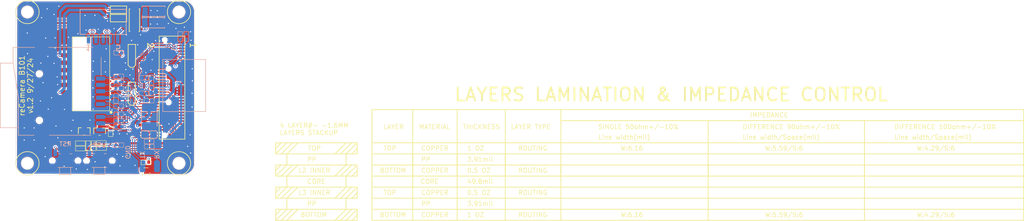
<source format=kicad_pcb>
(kicad_pcb (version 20240108) (generator "pcbnew") (generator_version "8.0")
  (layers (0 "F.Cu" signal) (1 "In1.Cu" signal) (2 "In2.Cu" signal) (31 "B.Cu" signal) (34 "B.Paste" user) (35 "F.Paste" user) (36 "B.SilkS" user "B.Silkscreen") (37 "F.SilkS" user "F.Silkscreen") (38 "B.Mask" user) (39 "F.Mask" user) (44 "Edge.Cuts" user))
  (net 0 "")
  (net 1 "+3V3")
  (net 2 "GND")
  (net 3 "Net-(C3-Pad2)")
  (net 4 "Net-(C4-Pad2)")
  (net 5 "+5V")
  (net 6 "USB_DN")
  (net 7 "USB_DP")
  (net 8 "SDIO_D1{slash}3V3")
  (net 9 "SDIO_D0{slash}3V3")
  (net 10 "SDIO_CLK{slash}3V3")
  (net 11 "SDIO_CMD{slash}3V3")
  (net 12 "SDIO_D3{slash}3V3")
  (net 13 "SDIO_D2{slash}3V3")
  (net 14 "SD_PWR_3V3")
  (net 15 "USB_DET")
  (net 16 "DEBUG_UART0_TX")
  (net 17 "UPGRAD_KEY")
  (net 18 "Net-(D10-+)")
  (net 19 "MIPI_TXM1{slash}IIC2_SDA{slash}PWM")
  (net 20 "MIPI_TXP1{slash}IIC2_SCL{slash}PWM")
  (net 21 "MIPI_TXM0{slash}GPIO12{slash}PWM")
  (net 22 "SDIO_CD{slash}3V3")
  (net 23 "nRESET")
  (net 24 "MIPI_TXM2{slash}IIC1_SDA{slash}PWM")
  (net 25 "EPHY_TXN")
  (net 26 "EPHY_RXP")
  (net 27 "PWR_WAKEUP1")
  (net 28 "MIPI_TXM0{slash}WL_BT_EN{slash}GPIO13")
  (net 29 "EPHY_RXN")
  (net 30 "MIPI_TXP2{slash}IIC1_SCL{slash}PWM")
  (net 31 "DEBUG_UART0_RX")
  (net 32 "EPHY_TXP")
  (net 33 "GNDPWR")
  (net 34 "Net-(C5-Pad1)")
  (net 35 "SD1_CLK")
  (net 36 "SD1_CMD")
  (net 37 "SD1_D0")
  (net 38 "SD1_D1")
  (net 39 "SD1_D2")
  (net 40 "SD1_D3")
  (net 41 "Net-(USB1-B5{slash}CC2)")
  (net 42 "BT_UART1_TX")
  (net 43 "BT_UART1_RX")
  (net 44 "BT_UART1_RTS")
  (net 45 "BT_UART1_CTS")
  (net 46 "Net-(USB1-A5{slash}CC1)")
  (net 51 "Net-(Q2-G)")
  (net 53 "SD0_PWR_EN")
  (net 54 "VIN")
  (net 61 "RESERVE1")
  (net 64 "RESERVE2")
  (net 66 "Net-(R13-Pad2)")
  (net 67 "Net-(R14-Pad2)")
  (net 68 "/PHYTXN")
  (net 69 "/PHYTXP")
  (net 70 "/PHYRXP")
  (net 71 "/PHYRXN")
  (net 72 "Net-(Q1-B)")
  (net 73 "Net-(Q1-C)")
  (footprint "Capacitor:C1206" (layer "F.Cu") (at 118.9312 86.8868 -90)
    (property "Reference" "C5")
    (property "Value" "1nF")
  )
  (footprint "Misc:TP-D35MIL" (layer "F.Cu") (at 121.2934 99.303933 -90)
    (property "Reference" "TP4")
    (property "Value" "Test Point" (hide yes))
  )
  (footprint "Misc:TP-D35MIL" (layer "F.Cu") (at 121.2934 94.637267 -90)
    (property "Reference" "TP6")
    (property "Value" "Test Point" (hide yes))
  )
  (footprint "Transistor:SOT-323" (layer "F.Cu") (at 110.2952 106.013 -90)
    (property "Reference" "Q1")
    (property "Value" "S9013W")
  )
  (footprint "Capacitor:C0402" (layer "F.Cu") (at 113.24 107.9834 180)
    (property "Reference" "C8")
    (property "Value" "100nF")
  )
  (footprint "Diode:SOD-323" (layer "F.Cu") (at 118.46 99.33 90)
    (property "Reference" "D11")
    (property "Value" "UDD32C03L01")
  )
  (footprint "Resistor:R0402" (layer "F.Cu") (at 110.9752 108.4742 90)
    (property "Reference" "R24")
    (property "Value" "1K")
  )
  (footprint "Connector:BTB60-Male-Female-0.5-17.7x4.4mm" (layer "F.Cu") (at 125.344 98.48 -90)
    (property "Reference" "J1" (hide yes))
    (property "Value" "ST-BTB-058060-A")
  )
  (footprint "Diode:SOD-323" (layer "F.Cu") (at 118.46 92.84 90)
    (property "Reference" "D12")
    (property "Value" "UDD32C03L01")
  )
  (footprint "Resistor:R0603" (layer "F.Cu") (at 116.1626 86.5312 180)
    (property "Reference" "R14")
    (property "Value" "75R")
  )
  (footprint "Resistor:R0402" (layer "F.Cu") (at 109.6332 108.0342 180)
    (property "Reference" "R3")
    (property "Value" "100K")
  )
  (footprint "Resistor:R0402" (layer "F.Cu") (at 113.2654 108.8724)
    (property "Reference" "R22")
    (property "Value" "33K")
  )
  (footprint "Misc:TP-D35MIL" (layer "F.Cu") (at 116.4166 105.251 -90)
    (property "Reference" "TP7")
    (property "Value" "Test Point" (hide yes))
  )
  (footprint "Misc:TP-D35MIL" (layer "F.Cu") (at 121.2934 96.9706 -90)
    (property "Reference" "TP5")
    (property "Value" "Test Point" (hide yes))
  )
  (footprint "Diode:LED2-0.6X1.7MM" (layer "F.Cu") (at 120.887 112.617 180)
    (property "Reference" "D10")
    (property "Value" "27-21/GHC-YR1S2M/3C")
  )
  (footprint "Mosfet:SOT-323" (layer "F.Cu") (at 112.9352 106.053 -90)
    (property "Reference" "Q2")
    (property "Value" "CJ2101")
  )
  (footprint "Resistor:R0603" (layer "F.Cu") (at 116.1626 85.0834 180)
    (property "Reference" "R13")
    (property "Value" "75R")
  )
  (footprint "Resistor:R0402" (layer "F.Cu") (at 111.8952 108.4742 90)
    (property "Reference" "R20")
    (property "Value" "47K")
  )
  (footprint "Misc:TP-D35MIL" (layer "F.Cu") (at 121.28832 104.883208)
    (property "Reference" "TP8")
    (property "Value" "Test Point" (hide yes))
  )
  (footprint "Misc:TRF_16p_1d27_12d7x7d15x5d1mm" (layer "F.Cu") (at 111.46 96.11 90)
    (property "Reference" "T1" (hide yes))
    (property "Value" "KHX1631SR")
  )
  (footprint "Resistor:R0402" (layer "F.Cu") (at 120.887 111.3216)
    (property "Reference" "R1")
    (property "Value" "510R")
  )
  (footprint "Resistor:R0402" (layer "F.Cu") (at 114.8164 106.0384 90)
    (property "Reference" "R21")
    (property "Value" "100K")
  )
  (footprint "Resistor:R0402" (layer "F.Cu") (at 109.6332 108.9486 180)
    (property "Reference" "R2")
    (property "Value" "1K")
  )
  (footprint "Capacitor:C0402" (layer "B.Cu") (at 117.845096 100.799904 -90)
    (property "Reference" "C1")
    (property "Value" "1uF")
  )
  (footprint "Capacitor:C0402" (layer "B.Cu") (at 121.4204 107.7148 180)
    (property "Reference" "C7")
    (property "Value" "100nF")
  )
  (footprint "Misc:TP-80X40MIL" (layer "B.Cu") (at 120.271944 111.469042 90)
    (property "Reference" "TP2")
    (property "Value" "Test Point")
  )
  (footprint "Connector:MICRO-SD-CARD-9P" (layer "B.Cu") (at 113.095 99.16 90)
    (property "Reference" "J2")
    (property "Value" "ST-TF-003J")
  )
  (footprint "Resistor:R0402" (layer "B.Cu") (at 120.4806 96.794832 180)
    (property "Reference" "R12")
    (property "Value" "5.1K")
  )
  (footprint "Diode:ESD-0402" (layer "B.Cu") (at 121.814768 97.219816 90)
    (property "Reference" "D3")
    (property "Value" "ESDPSA0402V05")
  )
  (footprint "Resistor:R0402" (layer "B.Cu") (at 127.7954 89.6899 -90)
    (property "Reference" "R5")
    (property "Value" "20K")
  )
  (footprint "Capacitor:C1206" (layer "B.Cu") (at 122.1316 87.2932 180)
    (property "Reference" "C10")
    (property "Value" "1nF")
  )
  (footprint "Capacitor:C0402" (layer "B.Cu") (at 115.7308 100.3234 -90)
    (property "Reference" "C2")
    (property "Value" "100nF")
  )
  (footprint "Diode:ESD-0402" (layer "B.Cu") (at 116.205 101.6696)
    (property "Reference" "D6")
    (property "Value" "ESDPSA0402V05")
  )
  (footprint "Connector:USB2.0-TYPE-C-SMD-12X7.35X3.3MM" (layer "B.Cu") (at 123.689 98.1136 -90)
    (property "Reference" "USB1")
    (property "Value" "ST-USB-Y3120")
  )
  (footprint "Diode:ESD-0402" (layer "B.Cu") (at 116.20832 103.043232)
    (property "Reference" "D5")
    (property "Value" "ESDPSA0402V05")
  )
  (footprint "Diode:ESD-0402" (layer "B.Cu") (at 116.21 98.59)
    (property "Reference" "D7")
    (property "Value" "ESDPSA0402V05")
  )
  (footprint "Resistor:R0402" (layer "B.Cu") (at 126.7544 89.7009 -90)
    (property "Reference" "R4")
    (property "Value" "10K")
  )
  (footprint "Resistor:R1206" (layer "B.Cu") (at 122.1824 85.3628)
    (property "Reference" "R6")
    (property "Value" "1M")
  )
  (footprint "Fuse:F1210" (layer "B.Cu") (at 121.4458 103.5238 90)
    (property "Reference" "F1")
    (property "Value" "2A")
  )
  (footprint "Diode:ESD-0402" (layer "B.Cu") (at 116.20832 104.143232)
    (property "Reference" "D4")
    (property "Value" "ESDPSA0402V05")
  )
  (footprint "Diode:ESD-0402" (layer "B.Cu") (at 121.824768 99.0079 -90)
    (property "Reference" "D2")
    (property "Value" "ESDPSA0402V05")
  )
  (footprint "Capacitor:C0402" (layer "B.Cu") (at 117.856 98.97 -90)
    (property "Reference" "C3")
    (property "Value" "100nF")
  )
  (footprint "Switch:SW5-SMD-4.56X2.3X1.9MM" (layer "B.Cu") (at 112.8874 111.0446)
    (property "Reference" "K2")
    (property "Value" "TD-1100AP-A4N-D1R")
  )
  (footprint "Capacitor:C0603" (layer "B.Cu") (at 121.4204 106.5464 180)
    (property "Reference" "C6")
    (property "Value" "10uF")
  )
  (footprint "Resistor:R0402" (layer "B.Cu") (at 120.4806 99.4598)
    (property "Reference" "R7")
    (property "Value" "5.1K")
  )
  (footprint "Connector:JST5_2P_1d25_7_9x4_3x3_4mm" (layer "B.Cu") (at 113.539872 90.103664)
    (property "Reference" "J3" (hide yes))
    (property "Value" "1.25-5A-WT")
  )
  (footprint "Diode:ESD-0402" (layer "B.Cu") (at 116.21 97.49)
    (property "Reference" "D8")
    (property "Value" "ESDPSA0402V05")
  )
  (footprint "Capacitor:C0402" (layer "B.Cu") (at 121.4458 108.6292 180)
    (property "Reference" "C11")
    (property "Value" "100pF")
  )
  (footprint "Capacitor:C0402" (layer "B.Cu") (at 116.2134 108.3498)
    (property "Reference" "C9")
    (property "Value" "10pF")
  )
  (footprint "Misc:TP-80X40MIL" (layer "B.Cu") (at 117.771944 111.429042 90)
    (property "Reference" "TP3")
    (property "Value" "Test Point")
  )
  (footprint "Diode:ESD-0402" (layer "B.Cu") (at 116.21 96.54)
    (property "Reference" "D9")
    (property "Value" "ESDPSA0402V05")
  )
  (footprint "Switch:SW5-SMD-4.56X2.3X1.9MM" (layer "B.Cu") (at 107.02 111.0422)
    (property "Reference" "K1")
    (property "Value" "TD-1100AP-A4N-D1R")
  )
  (footprint "Misc:TP-80X40MIL" (layer "B.Cu") (at 122.771944 111.469042 90)
    (property "Reference" "TP1")
    (property "Value" "Test Point")
  )
  (footprint "Diode:ESD-0402" (layer "B.Cu") (at 121.424464 100.723704 180)
    (property "Reference" "D1")
    (property "Value" "ESDPSA0402V05")
  )
  (footprint "Capacitor:C0402" (layer "B.Cu") (at 116.21 92.48)
    (property "Reference" "C4")
    (property "Value" "100nF")
  )
  (footprint "Resistor:R0402" (layer "B.Cu") (at 116.205 105.19)
    (property "Reference" "R23")
    (property "Value" "100K")
  )
  (gr_line (start 159.644 113.678) (end 159.644 115.583) (stroke (width 0.1524)) (layer "F.SilkS"))
  (gr_line (start 144.023 107.963) (end 145.039 107.963) (stroke (width 0.1524)) (layer "F.SilkS"))
  (gr_line (start 153.294 121.298) (end 155.199 119.393) (stroke (width 0.1524)) (layer "F.SilkS"))
  (gr_line (start 145.039 119.393) (end 145.9915 119.393) (stroke (width 0.1524)) (layer "F.SilkS"))
  (gr_line (start 192.029 111.773) (end 192.029 121.298) (stroke (width 0.1524)) (layer "F.SilkS"))
  (gr_line (start 217.302 113.678) (end 244.099 113.678) (stroke (width 0.1524)) (layer "F.SilkS"))
  (gr_line (start 157.104 111.773) (end 157.104 112.7255) (stroke (width 0.1524)) (layer "F.SilkS"))
  (gr_line (start 271.404 107.963) (end 271.404 104.153) (stroke (width 0.1524)) (layer "F.SilkS"))
  (gr_line (start 271.404 107.963) (end 271.404 111.773) (stroke (width 0.1524)) (layer "F.SilkS"))
  (gr_line (start 144.023 119.393) (end 143.134 120.3455) (stroke (width 0.1524)) (layer "F.SilkS"))
  (gr_line (start 154.2465 121.298) (end 156.1515 119.393) (stroke (width 0.1524)) (layer "F.SilkS"))
  (gr_line (start 145.039 109.868) (end 145.039 111.773) (stroke (width 0.1524)) (layer "F.SilkS"))
  (gr_line (start 157.104 119.393) (end 157.104 120.3455) (stroke (width 0.1524)) (layer "F.SilkS"))
  (gr_line (start 159.644 115.583) (end 159.644 121.298) (stroke (width 0.1524)) (layer "F.SilkS"))
  (gr_line (start 157.104 115.583) (end 157.104 116.5355) (stroke (width 0.1524)) (layer "F.SilkS"))
  (gr_line (start 155.199 119.393) (end 145.9915 119.393) (stroke (width 0.1524)) (layer "F.SilkS"))
  (gr_line (start 155.199 109.868) (end 154.2465 109.868) (stroke (width 0.1524)) (layer "F.SilkS"))
  (gr_line (start 157.104 120.3455) (end 157.104 121.298) (stroke (width 0.1524)) (layer "F.SilkS"))
  (gr_line (start 271.404 104.153) (end 271.404 102.248) (stroke (width 0.1524)) (layer "F.SilkS"))
  (gr_line (start 155.199 113.678) (end 155.199 115.583) (stroke (width 0.1524)) (layer "F.SilkS"))
  (gr_line (start 156.215 109.868) (end 157.104 109.868) (stroke (width 0.1524)) (layer "F.SilkS"))
  (gr_line (start 145.039 107.963) (end 145.9915 107.963) (stroke (width 0.1524)) (layer "F.SilkS"))
  (gr_line (start 145.9915 119.393) (end 144.0865 121.298) (stroke (width 0.1524)) (layer "F.SilkS"))
  (gr_line (start 154.2465 117.488) (end 156.1515 115.583) (stroke (width 0.1524)) (layer "F.SilkS"))
  (gr_line (start 156.215 121.298) (end 157.104 121.298) (stroke (width 0.1524)) (layer "F.SilkS"))
  (gr_line (start 145.039 111.773) (end 145.9915 111.773) (stroke (width 0.1524)) (layer "F.SilkS"))
  (gr_line (start 154.2465 121.298) (end 145.039 121.298) (stroke (width 0.1524)) (layer "F.SilkS"))
  (gr_line (start 145.9915 111.773) (end 144.0865 113.678) (stroke (width 0.1524)) (layer "F.SilkS"))
  (gr_line (start 244.099 104.153) (end 244.099 113.678) (stroke (width 0.1524)) (layer "F.SilkS"))
  (gr_line (start 144.023 111.773) (end 143.134 112.7255) (stroke (width 0.1524)) (layer "F.SilkS"))
  (gr_line (start 144.0865 121.298) (end 145.039 121.298) (stroke (width 0.1524)) (layer "F.SilkS"))
  (gr_line (start 144.023 115.583) (end 143.134 116.5355) (stroke (width 0.1524)) (layer "F.SilkS"))
  (gr_line (start 143.134 107.963) (end 144.023 107.963) (stroke (width 0.1524)) (layer "F.SilkS"))
  (gr_line (start 271.404 111.773) (end 271.404 113.678) (stroke (width 0.1524)) (layer "F.SilkS"))
  (gr_line (start 146.944 107.963) (end 145.039 109.868) (stroke (width 0.1524)) (layer "F.SilkS"))
  (gr_line (start 174.249 102.248) (end 166.629 102.248) (stroke (width 0.1524)) (layer "F.SilkS"))
  (gr_line (start 157.104 111.773) (end 156.1515 111.773) (stroke (width 0.1524)) (layer "F.SilkS"))
  (gr_line (start 143.134 112.7255) (end 143.134 111.773) (stroke (width 0.1524)) (layer "F.SilkS"))
  (gr_line (start 244.099 104.153) (end 271.404 104.153) (stroke (width 0.1524)) (layer "F.SilkS"))
  (gr_line (start 182.504 109.868) (end 182.504 121.298) (stroke (width 0.1524)) (layer "F.SilkS"))
  (gr_line (start 159.644 107.963) (end 271.404 107.963) (stroke (width 0.1524)) (layer "F.SilkS"))
  (gr_line (start 154.2465 109.868) (end 156.1515 107.963) (stroke (width 0.1524)) (layer "F.SilkS"))
  (gr_line (start 157.104 116.5355) (end 157.104 117.488) (stroke (width 0.1524)) (layer "F.SilkS"))
  (gr_line (start 145.039 113.678) (end 145.039 115.583) (stroke (width 0.1524)) (layer "F.SilkS"))
  (gr_line (start 144.023 119.393) (end 145.039 119.393) (stroke (width 0.1524)) (layer "F.SilkS"))
  (gr_line (start 155.199 113.678) (end 157.104 111.773) (stroke (width 0.1524)) (layer "F.SilkS"))
  (gr_line (start 143.134 108.9155) (end 143.134 107.963) (stroke (width 0.1524)) (layer "F.SilkS"))
  (gr_line (start 156.215 117.488) (end 157.104 117.488) (stroke (width 0.1524)) (layer "F.SilkS"))
  (gr_line (start 166.629 102.248) (end 159.644 102.248) (stroke (width 0.1524)) (layer "F.SilkS"))
  (gr_line (start 155.199 109.868) (end 157.104 107.963) (stroke (width 0.1524)) (layer "F.SilkS"))
  (gr_line (start 155.199 109.868) (end 155.199 111.773) (stroke (width 0.1524)) (layer "F.SilkS"))
  (gr_line (start 156.215 113.678) (end 157.104 113.678) (stroke (width 0.1524)) (layer "F.SilkS"))
  (gr_line (start 143.134 109.868) (end 143.134 108.9155) (stroke (width 0.1524)) (layer "F.SilkS"))
  (gr_line (start 143.134 116.5355) (end 143.134 115.583) (stroke (width 0.1524)) (layer "F.SilkS"))
  (gr_line (start 153.294 109.868) (end 155.199 107.963) (stroke (width 0.1524)) (layer "F.SilkS"))
  (gr_line (start 166.629 109.868) (end 166.629 121.298) (stroke (width 0.1524)) (layer "F.SilkS"))
  (gr_line (start 155.199 121.298) (end 157.104 119.393) (stroke (width 0.1524)) (layer "F.SilkS"))
  (gr_circle (center 100.544 111.48) (end 102.544 111.48) (stroke (width 0.127)) (fill none) (layer "F.SilkS"))
  (gr_line (start 157.104 112.7255) (end 157.104 113.678) (stroke (width 0.1524)) (layer "F.SilkS"))
  (gr_line (start 271.404 113.678) (end 271.404 115.583) (stroke (width 0.1524)) (layer "F.SilkS"))
  (gr_line (start 144.0865 113.678) (end 145.039 113.678) (stroke (width 0.1524)) (layer "F.SilkS"))
  (gr_line (start 143.134 117.488) (end 144.0865 117.488) (stroke (width 0.1524)) (layer "F.SilkS"))
  (gr_line (start 271.404 115.583) (end 271.404 121.298) (stroke (width 0.1524)) (layer "F.SilkS"))
  (gr_line (start 217.302 104.153) (end 244.099 104.153) (stroke (width 0.1524)) (layer "F.SilkS"))
  (gr_line (start 156.215 113.678) (end 157.104 112.7255) (stroke (width 0.1524)) (layer "F.SilkS"))
  (gr_circle (center 100.544 85.48) (end 102.544 85.48) (stroke (width 0.127)) (fill none) (layer "F.SilkS"))
  (gr_line (start 145.039 115.583) (end 143.134 117.488) (stroke (width 0.1524)) (layer "F.SilkS"))
  (gr_line (start 156.215 109.868) (end 155.199 109.868) (stroke (width 0.1524)) (layer "F.SilkS"))
  (gr_line (start 155.199 115.583) (end 145.9915 115.583) (stroke (width 0.1524)) (layer "F.SilkS"))
  (gr_line (start 166.629 113.678) (end 174.249 113.678) (stroke (width 0.1524)) (layer "F.SilkS"))
  (gr_line (start 143.134 113.678) (end 144.0865 113.678) (stroke (width 0.1524)) (layer "F.SilkS"))
  (gr_line (start 156.215 117.488) (end 155.199 117.488) (stroke (width 0.1524)) (layer "F.SilkS"))
  (gr_line (start 145.039 107.963) (end 143.134 109.868) (stroke (width 0.1524)) (layer "F.SilkS"))
  (gr_line (start 145.039 111.773) (end 143.134 113.678) (stroke (width 0.1524)) (layer "F.SilkS"))
  (gr_line (start 174.249 121.298) (end 182.504 121.298) (stroke (width 0.1524)) (layer "F.SilkS"))
  (gr_line (start 156.215 117.488) (end 157.104 116.5355) (stroke (width 0.1524)) (layer "F.SilkS"))
  (gr_line (start 156.215 121.298) (end 157.104 120.3455) (stroke (width 0.1524)) (layer "F.SilkS"))
  (gr_line (start 145.039 115.583) (end 145.9915 115.583) (stroke (width 0.1524)) (layer "F.SilkS"))
  (gr_line (start 144.023 111.773) (end 145.039 111.773) (stroke (width 0.1524)) (layer "F.SilkS"))
  (gr_line (start 153.294 117.488) (end 155.199 115.583) (stroke (width 0.1524)) (layer "F.SilkS"))
  (gr_line (start 166.629 102.248) (end 166.629 113.678) (stroke (width 0.1524)) (layer "F.SilkS"))
  (gr_line (start 143.134 120.3455) (end 143.134 119.393) (stroke (width 0.1524)) (layer "F.SilkS"))
  (gr_line (start 155.199 117.488) (end 157.104 115.583) (stroke (width 0.1524)) (layer "F.SilkS"))
  (gr_line (start 143.134 119.393) (end 144.023 119.393) (stroke (width 0.1524)) (layer "F.SilkS"))
  (gr_line (start 192.029 102.248) (end 192.029 104.153) (stroke (width 0.1524)) (layer "F.SilkS"))
  (gr_line (start 174.249 113.678) (end 182.504 113.678) (stroke (width 0.1524)) (layer "F.SilkS"))
  (gr_line (start 174.249 102.248) (end 174.249 113.678) (stroke (width 0.1524)) (layer "F.SilkS"))
  (gr_line (start 156.215 109.868) (end 157.104 108.9155) (stroke (width 0.1524)) (layer "F.SilkS"))
  (gr_line (start 145.039 119.393) (end 143.134 121.298) (stroke (width 0.1524)) (layer "F.SilkS"))
  (gr_line (start 159.644 109.868) (end 271.404 109.868) (stroke (width 0.1524)) (layer "F.SilkS"))
  (gr_line (start 156.1515 115.583) (end 155.199 115.583) (stroke (width 0.1524)) (layer "F.SilkS"))
  (gr_line (start 157.104 108.9155) (end 157.104 109.868) (stroke (width 0.1524)) (layer "F.SilkS"))
  (gr_line (start 155.199 121.298) (end 154.2465 121.298) (stroke (width 0.1524)) (layer "F.SilkS"))
  (gr_line (start 159.644 121.298) (end 166.629 121.298) (stroke (width 0.1524)) (layer "F.SilkS"))
  (gr_line (start 156.1515 119.393) (end 155.199 119.393) (stroke (width 0.1524)) (layer "F.SilkS"))
  (gr_line (start 157.104 115.583) (end 156.1515 115.583) (stroke (width 0.1524)) (layer "F.SilkS"))
  (gr_line (start 155.199 111.773) (end 145.9915 111.773) (stroke (width 0.1524)) (layer "F.SilkS"))
  (gr_line (start 154.2465 117.488) (end 145.039 117.488) (stroke (width 0.1524)) (layer "F.SilkS"))
  (gr_line (start 143.134 111.773) (end 144.023 111.773) (stroke (width 0.1524)) (layer "F.SilkS"))
  (gr_line (start 157.104 107.963) (end 157.104 108.9155) (stroke (width 0.1524)) (layer "F.SilkS"))
  (gr_line (start 166.629 121.298) (end 174.249 121.298) (stroke (width 0.1524)) (layer "F.SilkS"))
  (gr_line (start 146.944 115.583) (end 145.039 117.488) (stroke (width 0.1524)) (layer "F.SilkS"))
  (gr_circle (center 126.544 111.48) (end 128.544 111.48) (stroke (width 0.127)) (fill none) (layer "F.SilkS"))
  (gr_line (start 217.302 104.153) (end 217.302 113.678) (stroke (width 0.1524)) (layer "F.SilkS"))
  (gr_line (start 145.039 117.488) (end 145.039 119.393) (stroke (width 0.1524)) (layer "F.SilkS"))
  (gr_line (start 143.134 109.868) (end 144.0865 109.868) (stroke (width 0.1524)) (layer "F.SilkS"))
  (gr_line (start 244.099 111.773) (end 244.099 121.298) (stroke (width 0.1524)) (layer "F.SilkS"))
  (gr_line (start 244.099 113.678) (end 271.404 113.678) (stroke (width 0.1524)) (layer "F.SilkS"))
  (gr_line (start 192.029 104.153) (end 217.302 104.153) (stroke (width 0.1524)) (layer "F.SilkS"))
  (gr_line (start 143.134 117.488) (end 143.134 116.5355) (stroke (width 0.1524)) (layer "F.SilkS"))
  (gr_line (start 155.199 117.488) (end 154.2465 117.488) (stroke (width 0.1524)) (layer "F.SilkS"))
  (gr_line (start 144.023 107.963) (end 143.134 108.9155) (stroke (width 0.1524)) (layer "F.SilkS"))
  (gr_line (start 192.029 113.678) (end 217.302 113.678) (stroke (width 0.1524)) (layer "F.SilkS"))
  (gr_line (start 217.302 121.298) (end 244.099 121.298) (stroke (width 0.1524)) (layer "F.SilkS"))
  (gr_line (start 156.1515 111.773) (end 155.199 111.773) (stroke (width 0.1524)) (layer "F.SilkS"))
  (gr_line (start 217.302 111.773) (end 217.302 121.298) (stroke (width 0.1524)) (layer "F.SilkS"))
  (gr_line (start 143.134 113.678) (end 143.134 112.7255) (stroke (width 0.1524)) (layer "F.SilkS"))
  (gr_line (start 182.504 113.678) (end 192.029 113.678) (stroke (width 0.1524)) (layer "F.SilkS"))
  (gr_line (start 145.9915 107.963) (end 144.0865 109.868) (stroke (width 0.1524)) (layer "F.SilkS"))
  (gr_line (start 182.504 102.248) (end 182.504 113.678) (stroke (width 0.1524)) (layer "F.SilkS"))
  (gr_line (start 144.0865 109.868) (end 145.039 109.868) (stroke (width 0.1524)) (layer "F.SilkS"))
  (gr_line (start 144.023 115.583) (end 145.039 115.583) (stroke (width 0.1524)) (layer "F.SilkS"))
  (gr_line (start 174.249 109.868) (end 174.249 121.298) (stroke (width 0.1524)) (layer "F.SilkS"))
  (gr_line (start 154.2465 113.678) (end 156.1515 111.773) (stroke (width 0.1524)) (layer "F.SilkS"))
  (gr_line (start 271.404 102.248) (end 192.029 102.248) (stroke (width 0.1524)) (layer "F.SilkS"))
  (gr_line (start 143.134 115.583) (end 144.023 115.583) (stroke (width 0.1524)) (layer "F.SilkS"))
  (gr_line (start 182.504 102.248) (end 174.249 102.248) (stroke (width 0.1524)) (layer "F.SilkS"))
  (gr_line (start 192.029 121.298) (end 217.302 121.298) (stroke (width 0.1524)) (layer "F.SilkS"))
  (gr_line (start 155.199 107.963) (end 145.9915 107.963) (stroke (width 0.1524)) (layer "F.SilkS"))
  (gr_line (start 192.029 102.248) (end 182.504 102.248) (stroke (width 0.1524)) (layer "F.SilkS"))
  (gr_line (start 155.199 113.678) (end 154.2465 113.678) (stroke (width 0.1524)) (layer "F.SilkS"))
  (gr_line (start 146.944 111.773) (end 145.039 113.678) (stroke (width 0.1524)) (layer "F.SilkS"))
  (gr_line (start 153.294 113.678) (end 155.199 111.773) (stroke (width 0.1524)) (layer "F.SilkS"))
  (gr_line (start 156.215 121.298) (end 155.199 121.298) (stroke (width 0.1524)) (layer "F.SilkS"))
  (gr_line (start 159.644 102.248) (end 159.644 107.963) (stroke (width 0.1524)) (layer "F.SilkS"))
  (gr_line (start 143.134 121.298) (end 144.0865 121.298) (stroke (width 0.1524)) (layer "F.SilkS"))
  (gr_line (start 159.644 117.488) (end 271.404 117.488) (stroke (width 0.1524)) (layer "F.SilkS"))
  (gr_line (start 157.104 119.393) (end 156.1515 119.393) (stroke (width 0.1524)) (layer "F.SilkS"))
  (gr_circle (center 126.544 85.48) (end 128.544 85.48) (stroke (width 0.127)) (fill none) (layer "F.SilkS"))
  (gr_line (start 192.029 104.153) (end 192.029 113.678) (stroke (width 0.1524)) (layer "F.SilkS"))
  (gr_line (start 159.644 119.393) (end 271.404 119.393) (stroke (width 0.1524)) (layer "F.SilkS"))
  (gr_line (start 244.099 121.298) (end 271.404 121.298) (stroke (width 0.1524)) (layer "F.SilkS"))
  (gr_line (start 159.644 107.963) (end 159.644 113.678) (stroke (width 0.1524)) (layer "F.SilkS"))
  (gr_line (start 155.199 117.488) (end 155.199 119.393) (stroke (width 0.1524)) (layer "F.SilkS"))
  (gr_line (start 156.215 113.678) (end 155.199 113.678) (stroke (width 0.1524)) (layer "F.SilkS"))
  (gr_line (start 146.944 119.393) (end 145.039 121.298) (stroke (width 0.1524)) (layer "F.SilkS"))
  (gr_line (start 154.2465 113.678) (end 145.039 113.678) (stroke (width 0.1524)) (layer "F.SilkS"))
  (gr_line (start 182.504 121.298) (end 192.029 121.298) (stroke (width 0.1524)) (layer "F.SilkS"))
  (gr_line (start 156.1515 107.963) (end 155.199 107.963) (stroke (width 0.1524)) (layer "F.SilkS"))
  (gr_line (start 143.134 121.298) (end 143.134 120.3455) (stroke (width 0.1524)) (layer "F.SilkS"))
  (gr_line (start 159.644 111.773) (end 271.404 111.773) (stroke (width 0.1524)) (layer "F.SilkS"))
  (gr_line (start 159.644 113.678) (end 166.629 113.678) (stroke (width 0.1524)) (layer "F.SilkS"))
  (gr_line (start 157.104 107.963) (end 156.1515 107.963) (stroke (width 0.1524)) (layer "F.SilkS"))
  (gr_line (start 144.0865 117.488) (end 145.039 117.488) (stroke (width 0.1524)) (layer "F.SilkS"))
  (gr_line (start 145.9915 115.583) (end 144.0865 117.488) (stroke (width 0.1524)) (layer "F.SilkS"))
  (gr_line (start 154.2465 109.868) (end 145.039 109.868) (stroke (width 0.1524)) (layer "F.SilkS"))
  (gr_line (start 159.644 115.583) (end 271.404 115.583) (stroke (width 0.1524)) (layer "F.SilkS"))
  (gr_circle (center 100.544 111.48) (end 101.544 111.48) (stroke (width 0.05)) (fill none) (layer "Edge.Cuts"))
  (gr_line (start 98.544 111.48102) (end 98.544 85.47898) (stroke (width 0.05)) (layer "Edge.Cuts"))
  (gr_arc (start 100.54298 113.48) (mid 99.129494 112.894506) (end 98.544 111.48102) (stroke (width 0.05)) (layer "Edge.Cuts"))
  (gr_circle (center 126.544 111.48) (end 127.544 111.48) (stroke (width 0.05)) (fill none) (layer "Edge.Cuts"))
  (gr_circle (center 126.544 85.48) (end 127.544 85.48) (stroke (width 0.05)) (fill none) (layer "Edge.Cuts"))
  (gr_line (start 129.244 85.47898) (end 129.244 111.48102) (stroke (width 0.05)) (layer "Edge.Cuts"))
  (gr_arc (start 127.24502 83.48) (mid 128.658506 84.065494) (end 129.244 85.47898) (stroke (width 0.05)) (layer "Edge.Cuts"))
  (gr_arc (start 129.244 111.48102) (mid 128.658506 112.894506) (end 127.24502 113.48) (stroke (width 0.05)) (layer "Edge.Cuts"))
  (gr_line (start 127.24502 113.48) (end 100.54298 113.48) (stroke (width 0.05)) (layer "Edge.Cuts"))
  (gr_line (start 100.54298 83.48) (end 127.24502 83.48) (stroke (width 0.05)) (layer "Edge.Cuts"))
  (gr_arc (start 98.544 85.47898) (mid 99.129494 84.065494) (end 100.54298 83.48) (stroke (width 0.05)) (layer "Edge.Cuts"))
  (gr_circle (center 100.544 85.48) (end 101.544 85.48) (stroke (width 0.05)) (fill none) (layer "Edge.Cuts"))
  (gr_text "TX" (at 119.78591 110.051598 -90) (layer "B.SilkS") (effects (font (size 0.762 0.762) (thickness 0.127)) (justify bottom mirror)))
  (gr_text "GND" (at 117.29671 109.5944 -90) (layer "B.SilkS") (effects (font (size 0.762 0.762) (thickness 0.127)) (justify bottom mirror)))
  (gr_text "USR" (at 112.9114 108.3498 0) (layer "B.SilkS") (effects (font (size 0.762 0.762) (thickness 0.127)) (justify mirror)))
  (gr_text "RX" (at 122.24971 110.0008 -90) (layer "B.SilkS") (effects (font (size 0.762 0.762) (thickness 0.127)) (justify bottom mirror)))
  (gr_text "RST" (at 107.044 108.172 0) (layer "B.SilkS") (effects (font (size 0.762 0.762) (thickness 0.127)) (justify mirror)))
  (gr_text "MATERIAL" (at 167.645 105.677 0) (layer "F.SilkS") (effects (font (size 0.78232 0.78232) (thickness 0.10668)) (justify left bottom)))
  (gr_text "LAYER TYPE" (at 183.393 105.677 0) (layer "F.SilkS") (effects (font (size 0.78232 0.78232) (thickness 0.10668)) (justify left bottom)))
  (gr_text "CORE" (at 167.899 115.075 0) (layer "F.SilkS") (effects (font (size 0.78232 0.78232) (thickness 0.10668)) (justify left bottom)))
  (gr_text "CORE" (at 148.468 115.075 0) (layer "F.SilkS") (effects (font (size 0.78232 0.78232) (thickness 0.10668)) (justify left bottom)))
  (gr_text "ROUTING" (at 184.663 113.17 0) (layer "F.SilkS") (effects (font (size 0.78232 0.78232) (thickness 0.10668)) (justify left bottom)))
  (gr_text "ROUTING" (at 184.663 120.79 0) (layer "F.SilkS") (effects (font (size 0.78232 0.78232) (thickness 0.10668)) (justify left bottom)))
  (gr_text "4 LAYER#- -1.6MM\nLAYERS STACKUP" (at 143.769 106.693 0) (layer "F.SilkS") (effects (font (size 0.78232 0.78232) (thickness 0.10668)) (justify left bottom)))
  (gr_text "TOP" (at 161.549 116.98 0) (layer "F.SilkS") (effects (font (size 0.78232 0.78232) (thickness 0.10668)) (justify left bottom)))
  (gr_text "COPPER" (at 168.026 113.17 0) (layer "F.SilkS") (effects (font (size 0.78232 0.78232) (thickness 0.10668)) (justify left bottom)))
  (gr_text "W:5.59/S:6" (at 226.954 109.36 0) (layer "F.SilkS") (effects (font (size 0.78232 0.78232) (thickness 0.10668)) (justify left bottom)))
  (gr_text "BOTTOM" (at 160.914 113.17 0) (layer "F.SilkS") (effects (font (size 0.78232 0.78232) (thickness 0.10668)) (justify left bottom)))
  (gr_text "COPPER" (at 168.026 120.79 0) (layer "F.SilkS") (effects (font (size 0.78232 0.78232) (thickness 0.10668)) (justify left bottom)))
  (gr_text "PP" (at 168.026 118.885 0) (layer "F.SilkS") (effects (font (size 0.78232 0.78232) (thickness 0.10668)) (justify left bottom)))
  (gr_text "THICKNESS" (at 175.138 105.677 0) (layer "F.SilkS") (effects (font (size 0.78232 0.78232) (thickness 0.10668)) (justify left bottom)))
  (gr_text "TOP" (at 161.549 109.36 0) (layer "F.SilkS") (effects (font (size 0.78232 0.78232) (thickness 0.10668)) (justify left bottom)))
  (gr_text "49.8mil" (at 175.9 115.075 0) (layer "F.SilkS") (effects (font (size 0.78232 0.78232) (thickness 0.10668)) (justify left bottom)))
  (gr_text "1 OZ" (at 175.9 120.79 0) (layer "F.SilkS") (effects (font (size 0.78232 0.78232) (thickness 0.10668)) (justify left bottom)))
  (gr_text "reCamera B101\nv1.2 9/27/24" (at 101.569792 98.160336 90) (layer "F.SilkS") (effects (font (size 0.889 0.889) (thickness 0.127)) (justify bottom)))
  (gr_text "SINGLE 50ohm+/-10%" (at 198.379 105.677 0) (layer "F.SilkS") (effects (font (size 0.78232 0.78232) (thickness 0.10668)) (justify left bottom)))
  (gr_text "0.5 OZ" (at 175.9 116.98 0) (layer "F.SilkS") (effects (font (size 0.78232 0.78232) (thickness 0.10668)) (justify left bottom)))
  (gr_text "3.91mil" (at 175.9 111.265 0) (layer "F.SilkS") (effects (font (size 0.78232 0.78232) (thickness 0.10668)) (justify left bottom)))
  (gr_text "BOTTOM" (at 147.325 120.79 0) (layer "F.SilkS") (effects (font (size 0.78232 0.78232) (thickness 0.10668)) (justify left bottom)))
  (gr_text "0.5 OZ" (at 175.9 113.17 0) (layer "F.SilkS") (effects (font (size 0.78232 0.78232) (thickness 0.10668)) (justify left bottom)))
  (gr_text "IMPEDANCE" (at 224.414 103.645 0) (layer "F.SilkS") (effects (font (size 0.78232 0.78232) (thickness 0.10668)) (justify left bottom)))
  (gr_text "LAYER" (at 161.549 105.677 0) (layer "F.SilkS") (effects (font (size 0.78232 0.78232) (thickness 0.10668)) (justify left bottom)))
  (gr_text "PP" (at 148.468 118.885 0) (layer "F.SilkS") (effects (font (size 0.78232 0.78232) (thickness 0.10668)) (justify left bottom)))
  (gr_text "PP" (at 148.468 111.265 0) (layer "F.SilkS") (effects (font (size 0.78232 0.78232) (thickness 0.10668)) (justify left bottom)))
  (gr_text "DIFFERENCE 90ohm+/-10%" (at 223.144 105.677 0) (layer "F.SilkS") (effects (font (size 0.78232 0.78232) (thickness 0.10668)) (justify left bottom)))
  (gr_text "3.91mil" (at 175.9 118.885 0) (layer "F.SilkS") (effects (font (size 0.78232 0.78232) (thickness 0.10668)) (justify left bottom)))
  (gr_text "TOP" (at 148.595 109.36 0) (layer "F.SilkS") (effects (font (size 0.78232 0.78232) (thickness 0.10668)) (justify left bottom)))
  (gr_text "W:5.59/S:6" (at 226.954 120.79 0) (layer "F.SilkS") (effects (font (size 0.78232 0.78232) (thickness 0.10668)) (justify left bottom)))
  (gr_text "Line width(mil)" (at 198.379 107.455 0) (layer "F.SilkS") (effects (font (size 0.78232 0.78232) (thickness 0.10668)) (justify left bottom)))
  (gr_text "PP" (at 168.026 111.265 0) (layer "F.SilkS") (effects (font (size 0.78232 0.78232) (thickness 0.10668)) (justify left bottom)))
  (gr_text "COPPER" (at 168.026 109.36 0) (layer "F.SilkS") (effects (font (size 0.78232 0.78232) (thickness 0.10668)) (justify left bottom)))
  (gr_text "DIFFERENCE 100ohm+/-10%" (at 249.179 105.677 0) (layer "F.SilkS") (effects (font (size 0.78232 0.78232) (thickness 0.10668)) (justify left bottom)))
  (gr_text "COPPER" (at 168.026 116.98 0) (layer "F.SilkS") (effects (font (size 0.78232 0.78232) (thickness 0.10668)) (justify left bottom)))
  (gr_text "ROUTING" (at 184.663 109.36 0) (layer "F.SilkS") (effects (font (size 0.78232 0.78232) (thickness 0.10668)) (justify left bottom)))
  (gr_text "W:4.29/S:6" (at 252.989 120.79 0) (layer "F.SilkS") (effects (font (size 0.78232 0.78232) (thickness 0.10668)) (justify left bottom)))
  (gr_text "L2 INNER" (at 146.944 113.17 0) (layer "F.SilkS") (effects (font (size 0.78232 0.78232) (thickness 0.10668)) (justify left bottom)))
  (gr_text "ROUTING" (at 184.663 116.98 0) (layer "F.SilkS") (effects (font (size 0.78232 0.78232) (thickness 0.10668)) (justify left bottom)))
  (gr_text "1 OZ" (at 175.9 109.36 0) (layer "F.SilkS") (effects (font (size 0.78232 0.78232) (thickness 0.10668)) (justify left bottom)))
  (gr_text "Line width/Space(mil)" (at 249.179 107.455 0) (layer "F.SilkS") (effects (font (size 0.78232 0.78232) (thickness 0.10668)) (justify left bottom)))
  (gr_text "W:4.29/S:6" (at 252.989 109.36 0) (layer "F.SilkS") (effects (font (size 0.78232 0.78232) (thickness 0.10668)) (justify left bottom)))
  (gr_text "L3 INNER" (at 146.944 116.98 0) (layer "F.SilkS") (effects (font (size 0.78232 0.78232) (thickness 0.10668)) (justify left bottom)))
  (gr_text "BOTTOM" (at 160.914 120.79 0) (layer "F.SilkS") (effects (font (size 0.78232 0.78232) (thickness 0.10668)) (justify left bottom)))
  (gr_text "W:6.16" (at 202.189 120.79 0) (layer "F.SilkS") (effects (font (size 0.78232 0.78232) (thickness 0.10668)) (justify left bottom)))
  (gr_text "W:6.16" (at 202.189 109.36 0) (layer "F.SilkS") (effects (font (size 0.78232 0.78232) (thickness 0.10668)) (justify left bottom)))
  (gr_text "LAYERS LAMINATION & IMPEDANCE CONTROL" (at 173.614 100.978 0) (layer "F.SilkS") (effects (font (size 2.2352 2.2352) (thickness 0.3048)) (justify left bottom)))
  (gr_text "Line width/Space(mil)" (at 223.144 107.455 0) (layer "F.SilkS") (effects (font (size 0.78232 0.78232) (thickness 0.10668)) (justify left bottom)))
  (segment (start 113.5702 106.942) (end 113.5702 107.8511) (width 0.381) (layer "F.Cu") (net 1))
  (segment (start 113.7279 108.0088) (end 113.7025 107.9834) (width 0.381) (layer "F.Cu") (net 1))
  (segment (start 113.7025 107.9834) (end 113.8187 107.8672) (width 0.4064) (layer "F.Cu") (net 1))
  (segment (start 113.7279 108.8724) (end 113.7279 108.0088) (width 0.381) (layer "F.Cu") (net 1))
  (segment (start 123.826288 108.052112) (end 124.9764 106.902) (width 0.4064) (layer "F.Cu") (net 1))
  (segment (start 114.791 107.4862) (end 115.864912 107.4862) (width 0.4064) (layer "F.Cu") (net 1))
  (segment (start 124.9764 106.902) (end 124.9764 106.2416) (width 0.4064) (layer "F.Cu") (net 1))
  (segment (start 113.5702 107.8511) (end 113.7025 107.9834) (width 0.381) (layer "F.Cu") (net 1))
  (segment (start 116.430824 108.052112) (end 123.826288 108.052112) (width 0.4064) (layer "F.Cu") (net 1))
  (segment (start 114.41 107.8672) (end 114.791 107.4862) (width 0.4064) (layer "F.Cu") (net 1))
  (segment (start 115.864912 107.4862) (end 116.430824 108.052112) (width 0.4064) (layer "F.Cu") (net 1))
  (segment (start 113.8187 107.8672) (end 114.41 107.8672) (width 0.4064) (layer "F.Cu") (net 1))
  (segment (start 126.1956 97.73) (end 127.344 97.73) (width 0.254) (layer "F.Cu") (net 1))
  (via (at 126.1956 97.73) (size 0.4064) (drill 0.2032) (layers "F.Cu" "B.Cu") (net 1))
  (via (at 124.9764 106.2416) (size 0.4064) (drill 0.2032) (layers "F.Cu" "B.Cu") (net 1))
  (segment (start 126.6248 97.73) (end 126.1956 97.73) (width 0.4064) (layer "B.Cu") (net 1))
  (segment (start 126.9322 104.2858) (end 126.9322 98.0374) (width 0.4064) (layer "B.Cu") (net 1))
  (segment (start 126.9322 98.0374) (end 126.6248 97.73) (width 0.4064) (layer "B.Cu") (net 1))
  (segment (start 124.9764 106.2416) (end 126.9322 104.2858) (width 0.4064) (layer "B.Cu") (net 1))
  (segment (start 122.2946 98.23) (end 122.1062 98.4184) (width 0.254) (layer "F.Cu") (net 2))
  (segment (start 122.0808 95.853) (end 121.7252 95.4974) (width 0.254) (layer "F.Cu") (net 2))
  (segment (start 122.1062 98.4184) (end 122.1062 99.1042) (width 0.254) (layer "F.Cu") (net 2))
  (segment (start 123.344 98.23) (end 122.2946 98.23) (width 0.254) (layer "F.Cu") (net 2))
  (segment (start 123.344 97.73) (end 122.3068 97.73) (width 0.254) (layer "F.Cu") (net 2))
  (segment (start 120.0124 103.23) (end 119.9726 103.2698) (width 0.254) (layer "F.Cu") (net 2))
  (segment (start 122.0808 97.504) (end 122.0808 95.853) (width 0.254) (layer "F.Cu") (net 2))
  (segment (start 122.3068 97.73) (end 122.0808 97.504) (width 0.254) (layer "F.Cu") (net 2))
  (segment (start 123.344 103.23) (end 120.0124 103.23) (width 0.254) (layer "F.Cu") (net 2))
  (via (at 111.801928 100.06432) (size 0.4064) (drill 0.2032) (layers "F.Cu" "B.Cu") (net 2))
  (via (at 105.1136 85.8962) (size 0.4064) (drill 0.2032) (layers "F.Cu" "B.Cu") (net 2))
  (via (at 103.615 108.8578) (size 0.4064) (drill 0.2032) (layers "F.Cu" "B.Cu") (net 2))
  (via (at 113.834944 93.994736) (size 0.4064) (drill 0.2032) (layers "F.Cu" "B.Cu") (net 2))
  (via (at 100.52 89.1) (size 0.4064) (drill 0.2032) (layers "F.Cu" "B.Cu") (net 2))
  (via (at 118.1438 96.3102) (size 0.4064) (drill 0.2032) (layers "F.Cu" "B.Cu") (net 2))
  (via (at 108.1108 105.886) (size 0.4064) (drill 0.2032) (layers "F.Cu" "B.Cu") (net 2))
  (via (at 105.774 107.1052) (size 0.4064) (drill 0.2032) (layers "F.Cu" "B.Cu") (net 2))
  (via (at 117.208064 104.176072) (size 0.4064) (drill 0.2032) (layers "F.Cu" "B.Cu") (net 2))
  (via (at 119.4646 91.1032) (size 0.4064) (drill 0.2032) (layers "F.Cu" "B.Cu") (net 2))
  (via (at 115.045 102.3046) (size 0.4064) (drill 0.2032) (layers "F.Cu" "B.Cu") (net 2))
  (via (at 117.5342 89.4014) (size 0.4064) (drill 0.2032) (layers "F.Cu" "B.Cu") (net 2))
  (via (at 128.0244 108.5784) (size 0.4064) (drill 0.2032) (layers "F.Cu" "B.Cu") (net 2))
  (via (at 107.5774 107.918) (size 0.4064) (drill 0.2032) (layers "F.Cu" "B.Cu") (net 2))
  (via (at 121.7252 85.2104) (size 0.4064) (drill 0.2032) (layers "F.Cu" "B.Cu") (net 2))
  (via (at 103.69 89.95) (size 0.4064) (drill 0.2032) (layers "F.Cu" "B.Cu") (net 2))
  (via (at 111.8192 102.1776) (size 0.4064) (drill 0.2032) (layers "F.Cu" "B.Cu") (net 2))
  (via (at 126.0178 88.3092) (size 0.4064) (drill 0.2032) (layers "F.Cu" "B.Cu") (net 2))
  (via (at 121.7252 95.4974) (size 0.4064) (drill 0.2032) (layers "F.Cu" "B.Cu") (net 2))
  (via (at 121.9538 93.6686) (size 0.4064) (drill 0.2032) (layers "F.Cu" "B.Cu") (net 2))
  (via (at 115.2736 106.4702) (size 0.4064) (drill 0.2032) (layers "F.Cu" "B.Cu") (net 2))
  (via (at 101.19 102.19) (size 0.4064) (drill 0.2032) (layers "F.Cu" "B.Cu") (net 2))
  (via (at 111.853744 93.93276) (size 0.4064) (drill 0.2032) (layers "F.Cu" "B.Cu") (net 2))
  (via (at 118.7026 96.9706) (size 0.4064) (drill 0.2032) (layers "F.Cu" "B.Cu") (net 2))
  (via (at 104.05 93.11) (size 0.4064) (drill 0.2032) (layers "F.Cu" "B.Cu") (net 2))
  (via (at 112.1494 111.22) (size 0.4064) (drill 0.2032) (layers "F.Cu" "B.Cu") (net 2))
  (via (at 119.9472 89.4014) (size 0.4064) (drill 0.2032) (layers "F.Cu" "B.Cu") (net 2))
  (via (at 113.8004 112.1344) (size 0.4064) (drill 0.2032) (layers "F.Cu" "B.Cu") (net 2))
  (via (at 122.2332 92.2462) (size 0.4064) (drill 0.2032) (layers "F.Cu" "B.Cu") (net 2))
  (via (at 122.1062 99.1042) (size 0.4064) (drill 0.2032) (layers "F.Cu" "B.Cu") (net 2))
  (via (at 124.81892 104.703376) (size 0.4064) (drill 0.2032) (layers "F.Cu" "B.Cu") (net 2))
  (via (at 105.3 91.67) (size 0.4064) (drill 0.2032) (layers "F.Cu" "B.Cu") (net 2))
  (via (at 119.0074 111.8296) (size 0.4064) (drill 0.2032) (layers "F.Cu" "B.Cu") (net 2))
  (via (at 106.9 102.22) (size 0.4064) (drill 0.2032) (layers "F.Cu" "B.Cu") (net 2))
  (via (at 128.7864 99.4598) (size 0.4064) (drill 0.2032) (layers "F.Cu" "B.Cu") (net 2))
  (via (at 105.66 96.63) (size 0.4064) (drill 0.2032) (layers "F.Cu" "B.Cu") (net 2))
  (via (at 105.93 84.48) (size 0.4064) (drill 0.2032) (layers "F.Cu" "B.Cu") (net 2))
  (via (at 100 107.5) (size 0.4064) (drill 0.2032) (layers "F.Cu" "B.Cu") (net 2))
  (via (at 110.8286 112.5408) (size 0.4064) (drill 0.2032) (layers "F.Cu" "B.Cu") (net 2))
  (via (at 110.6 88.5886) (size 0.4064) (drill 0.2032) (layers "F.Cu" "B.Cu") (net 2))
  (via (at 119.95736 109.834176) (size 0.4064) (drill 0.2032) (layers "F.Cu" "B.Cu") (net 2))
  (via (at 117.1786 97.4786) (size 0.4064) (drill 0.2032) (layers "F.Cu" "B.Cu") (net 2))
  (via (at 109.209096 89.209376) (size 0.4064) (drill 0.2032) (layers "F.Cu" "B.Cu") (net 2))
  (via (at 117.4326 95.3704) (size 0.4064) (drill 0.2032) (layers "F.Cu" "B.Cu") (net 2))
  (via (at 128.4562 106.5972) (size 0.4064) (drill 0.2032) (layers "F.Cu" "B.Cu") (net 2))
  (via (at 113.928416 95.793056) (size 0.4064) (drill 0.2032) (layers "F.Cu" "B.Cu") (net 2))
  (via (at 124.7224 87.4456) (size 0.4064) (drill 0.2032) (layers "F.Cu" "B.Cu") (net 2))
  (via (at 128.7864 101.822) (size 0.4064) (drill 0.2032) (layers "F.Cu" "B.Cu") (net 2))
  (via (at 122.8174 85.2612) (size 0.4064) (drill 0.2032) (layers "F.Cu" "B.Cu") (net 2))
  (via (at 114.056432 91.805256) (size 0.4064) (drill 0.2032) (layers "F.Cu" "B.Cu") (net 2))
  (via (at 111.801928 95.679264) (size 0.4064) (drill 0.2032) (layers "F.Cu" "B.Cu") (net 2))
  (via (at 128.8372 97.3262) (size 0.4064) (drill 0.2032) (layers "F.Cu" "B.Cu") (net 2))
  (via (at 117.29036 103.077776) (size 0.4064) (drill 0.2032) (layers "F.Cu" "B.Cu") (net 2))
  (via (at 111.2604 104.0572) (size 0.4064) (drill 0.2032) (layers "F.Cu" "B.Cu") (net 2))
  (via (at 100.833192 98.50984) (size 0.4064) (drill 0.2032) (layers "F.Cu" "B.Cu") (net 2))
  (via (at 128.5324 88.868) (size 0.4064) (drill 0.2032) (layers "F.Cu" "B.Cu") (net 2))
  (via (at 121.6744 87.5472) (size 0.4064) (drill 0.2032) (layers "F.Cu" "B.Cu") (net 2))
  (via (at 117.3564 94.2274) (size 0.4064) (drill 0.2032) (layers "F.Cu" "B.Cu") (net 2))
  (via (at 117.331 98.4946) (size 0.4064) (drill 0.2032) (layers "F.Cu" "B.Cu") (net 2))
  (via (at 123.2492 90.4682) (size 0.4064) (drill 0.2032) (layers "F.Cu" "B.Cu") (net 2))
  (via (at 112.124 86.0486) (size 0.4064) (drill 0.2032) (layers "F.Cu" "B.Cu") (net 2))
  (via (at 111.784656 97.22968) (size 0.4064) (drill 0.2032) (layers "F.Cu" "B.Cu") (net 2))
  (via (at 101.7 105.4) (size 0.4064) (drill 0.2032) (layers "F.Cu" "B.Cu") (net 2))
  (via (at 102.853 94.2528) (size 0.4064) (drill 0.2032) (layers "F.Cu" "B.Cu") (net 2))
  (via (at 105.29 89.92) (size 0.4064) (drill 0.2032) (layers "F.Cu" "B.Cu") (net 2))
  (via (at 119.9726 103.2698) (size 0.4064) (drill 0.2032) (layers "F.Cu" "B.Cu") (net 2))
  (via (at 103.94 84.94) (size 0.4064) (drill 0.2032) (layers "F.Cu" "B.Cu") (net 2))
  (via (at 128.5324 109.7214) (size 0.4064) (drill 0.2032) (layers "F.Cu" "B.Cu") (net 2))
  (via (at 120.6584 97.4532) (size 0.4064) (drill 0.2032) (layers "F.Cu" "B.Cu") (net 2))
  (via (at 107.589592 89.834216) (size 0.4064) (drill 0.2032) (layers "F.Cu" "B.Cu") (net 2))
  (via (at 105.4438 105.0732) (size 0.4064) (drill 0.2032) (layers "F.Cu" "B.Cu") (net 2))
  (via (at 120.6076 100.1202) (size 0.4064) (drill 0.2032) (layers "F.Cu" "B.Cu") (net 2))
  (via (at 108.9236 112.4646) (size 0.4064) (drill 0.2032) (layers "F.Cu" "B.Cu") (net 2))
  (via (at 127.4656 88.106) (size 0.4064) (drill 0.2032) (layers "F.Cu" "B.Cu") (net 2))
  (via (at 122.538 90.392) (size 0.4064) (drill 0.2032) (layers "F.Cu" "B.Cu") (net 2))
  (via (at 114.283 87.0138) (size 0.4064) (drill 0.2032) (layers "F.Cu" "B.Cu") (net 2))
  (via (at 111.774496 98.538288) (size 0.4064) (drill 0.2032) (layers "F.Cu" "B.Cu") (net 2))
  (via (at 116.315 106.4194) (size 0.4064) (drill 0.2032) (layers "F.Cu" "B.Cu") (net 2))
  (via (at 112.7082 88.4362) (size 0.4064) (drill 0.2032) (layers "F.Cu" "B.Cu") (net 2))
  (via (at 117.5342 101.695) (size 0.4064) (drill 0.2032) (layers "F.Cu" "B.Cu") (net 2))
  (via (at 106.8408 111.982) (size 0.4064) (drill 0.2032) (layers "F.Cu" "B.Cu") (net 2))
  (via (at 120.517176 109.81284) (size 0.4064) (drill 0.2032) (layers "F.Cu" "B.Cu") (net 2))
  (via (at 118.6264 95.2942) (size 0.4064) (drill 0.2032) (layers "F.Cu" "B.Cu") (net 2))
  (via (at 117.6358 106.4448) (size 0.4064) (drill 0.2032) (layers "F.Cu" "B.Cu") (net 2))
  (via (at 122.8428 86.3788) (size 0.4064) (drill 0.2032) (layers "F.Cu" "B.Cu") (net 2))
  (via (at 108.3648 104.0826) (size 0.4064) (drill 0.2032) (layers "F.Cu" "B.Cu") (net 2))
  (via (at 122.8174 87.5472) (size 0.4064) (drill 0.2032) (layers "F.Cu" "B.Cu") (net 2))
  (via (at 102.98 86.455) (size 0.4064) (drill 0.2032) (layers "F.Cu" "B.Cu") (net 2))
  (via (at 110.4222 86.074) (size 0.4064) (drill 0.2032) (layers "F.Cu" "B.Cu") (net 2))
  (via (at 104.7 100.21) (size 0.4064) (drill 0.2032) (layers "F.Cu" "B.Cu") (net 2))
  (via (at 100.49 95.83) (size 0.4064) (drill 0.2032) (layers "F.Cu" "B.Cu") (net 2))
  (via (at 116.912408 110.31068) (size 0.4064) (drill 0.2032) (layers "F.Cu" "B.Cu") (net 2))
  (via (at 116.4166 111.9312) (size 0.4064) (drill 0.2032) (layers "F.Cu" "B.Cu") (net 2))
  (via (at 102.7768 100.7806) (size 0.4064) (drill 0.2032) (layers "F.Cu" "B.Cu") (net 2))
  (via (at 100 105.4) (size 0.4064) (drill 0.2032) (layers "F.Cu" "B.Cu") (net 2))
  (via (at 104.123 102.1776) (size 0.4064) (drill 0.2032) (layers "F.Cu" "B.Cu") (net 2))
  (via (at 128.6086 90.3412) (size 0.4064) (drill 0.2032) (layers "F.Cu" "B.Cu") (net 2))
  (via (at 105.11 94.31) (size 0.4064) (drill 0.2032) (layers "F.Cu" "B.Cu") (net 2))
  (via (at 128.8118 95.2434) (size 0.4064) (drill 0.2032) (layers "F.Cu" "B.Cu") (net 2))
  (via (at 119.9472 106.6988) (size 0.4064) (drill 0.2032) (layers "F.Cu" "B.Cu") (net 2))
  (via (at 115.4006 88.3346) (size 0.4064) (drill 0.2032) (layers "F.Cu" "B.Cu") (net 2))
  (via (at 103.234 97.631) (size 0.4064) (drill 0.2032) (layers "F.Cu" "B.Cu") (net 2))
  (via (at 100.57 92.63) (size 0.4064) (drill 0.2032) (layers "F.Cu" "B.Cu") (net 2))
  (via (at 120.8616 95.9038) (size 0.4064) (drill 0.2032) (layers "F.Cu" "B.Cu") (net 2))
  (via (at 118.822488 103.983032) (size 0.4064) (drill 0.2032) (layers "F.Cu" "B.Cu") (net 2))
  (via (at 119.9472 106.2162) (size 0.4064) (drill 0.2032) (layers "F.Cu" "B.Cu") (net 2))
  (via (at 126.16 92.39) (size 0.4064) (drill 0.2032) (layers "F.Cu" "B.Cu") (net 2))
  (via (at 103.5896 110.331) (size 0.4064) (drill 0.2032) (layers "F.Cu" "B.Cu") (net 2))
  (via (at 105.73 97.95) (size 0.4064) (drill 0.2032) (layers "F.Cu" "B.Cu") (net 2))
  (via (at 118.1692 110.0262) (size 0.4064) (drill 0.2032) (layers "F.Cu" "B.Cu") (net 2))
  (via (at 121.7252 86.3788) (size 0.4064) (drill 0.2032) (layers "F.Cu" "B.Cu") (net 2))
  (via (at 118.3978 90.3666) (size 0.4064) (drill 0.2032) (layers "F.Cu" "B.Cu") (net 2))
  (via (at 120.633 98.774) (size 0.4064) (drill 0.2032) (layers "F.Cu" "B.Cu") (net 2))
  (via (at 115.9086 109.9246) (size 0.4064) (drill 0.2032) (layers "F.Cu" "B.Cu") (net 2))
  (via (at 101.7 107.5) (size 0.4064) (drill 0.2032) (layers "F.Cu" "B.Cu") (net 2))
  (segment (start 117.5088 101.6696) (end 116.6675 101.6696) (width 0.508) (layer "B.Cu") (net 2))
  (segment (start 121.2172 98.901) (end 120.76 98.901) (width 0.254) (layer "B.Cu") (net 2))
  (segment (start 117.5342 101.695) (end 117.5088 101.6696) (width 0.508) (layer "B.Cu") (net 2))
  (segment (start 117.29036 103.077776) (end 117.255816 103.043232) (width 0.508) (layer "B.Cu") (net 2))
  (segment (start 120.76 98.901) (end 120.633 98.774) (width 0.254) (layer "B.Cu") (net 2))
  (segment (start 121.7866 99.4704) (end 121.2172 98.901) (width 0.254) (layer "B.Cu") (net 2))
  (segment (start 117.255816 103.043232) (end 116.67082 103.043232) (width 0.508) (layer "B.Cu") (net 2))
  (segment (start 117.208064 104.176072) (end 117.175224 104.143232) (width 0.508) (layer "B.Cu") (net 2))
  (segment (start 117.175224 104.143232) (end 116.67082 104.143232) (width 0.508) (layer "B.Cu") (net 2))
  (segment (start 121.824768 99.4704) (end 121.7866 99.4704) (width 0.254) (layer "B.Cu") (net 2))
  (segment (start 115.725 99.285) (end 116.8006 99.285) (width 0.156464) (layer "F.Cu") (net 3))
  (segment (start 116.8006 99.285) (end 116.80776 99.29216) (width 0.156464) (layer "F.Cu") (net 3))
  (via (at 116.80776 99.29216) (size 0.4064) (drill 0.2032) (layers "F.Cu" "B.Cu") (net 3))
  (segment (start 116.9481 99.4325) (end 116.80776 99.29216) (width 0.156464) (layer "B.Cu") (net 3))
  (segment (start 117.856 99.4325) (end 116.9481 99.4325) (width 0.156464) (layer "B.Cu") (net 3))
  (segment (start 116.8 92.9352) (end 116.7998 92.935) (width 0.156464) (layer "F.Cu") (net 4))
  (segment (start 115.725 92.935) (end 116.7998 92.935) (width 0.156464) (layer "F.Cu") (net 4))
  (via (at 116.7998 92.935) (size 0.4064) (drill 0.2032) (layers "F.Cu" "B.Cu") (net 4))
  (segment (start 116.6725 92.8077) (end 116.7998 92.935) (width 0.156464) (layer "B.Cu") (net 4))
  (segment (start 116.6725 92.48) (end 116.6725 92.8077) (width 0.156464) (layer "B.Cu") (net 4))
  (segment (start 121.28832 104.883208) (end 119.58652 104.883208) (width 0.508) (layer "F.Cu") (net 5))
  (segment (start 119.58652 104.883208) (end 119.420912 105.048816) (width 0.508) (layer "F.Cu") (net 5))
  (via (at 119.420912 105.048816) (size 0.4064) (drill 0.2032) (layers "F.Cu" "B.Cu") (net 5))
  (segment (start 125.6114 99.10806) (end 124.37566 100.3438) (width 0.4572) (layer "B.Cu") (net 5))
  (segment (start 124.20586 100.5136) (end 124.37566 100.3438) (width 0.4064) (layer "B.Cu") (net 5))
  (segment (start 121.4458 103.146864) (end 120.764064 103.8286) (width 0.508) (layer "B.Cu") (net 5))
  (segment (start 120.1798 103.8286) (end 119.420912 104.587488) (width 0.508) (layer "B.Cu") (net 5))
  (segment (start 123.689 95.7136) (end 124.20586 95.7136) (width 0.4064) (layer "B.Cu") (net 5))
  (segment (start 120.764064 103.8286) (end 120.1798 103.8286) (width 0.508) (layer "B.Cu") (net 5))
  (segment (start 121.4458 101.9238) (end 121.4458 103.146864) (width 0.508) (layer "B.Cu") (net 5))
  (segment (start 119.420912 104.587488) (end 119.420912 105.048816) (width 0.508) (layer "B.Cu") (net 5))
  (segment (start 124.37566 95.8834) (end 125.6114 97.11914) (width 0.4572) (layer "B.Cu") (net 5))
  (segment (start 125.6114 97.11914) (end 125.6114 99.10806) (width 0.4572) (layer "B.Cu") (net 5))
  (segment (start 124.20586 95.7136) (end 124.37566 95.8834) (width 0.4064) (layer "B.Cu") (net 5))
  (segment (start 123.689 100.5136) (end 124.20586 100.5136) (width 0.4064) (layer "B.Cu") (net 5))
  (segment (start 127.344 91.23) (end 126.209798 91.23) (width 0.141986) (layer "F.Cu") (net 6))
  (segment (start 126.209798 91.23) (end 126.099966 91.339832) (width 0.141986) (layer "F.Cu") (net 6))
  (segment (start 121.2934 99.303933) (end 121.2934 98.60326) (width 0.141986) (layer "F.Cu") (net 6))
  (segment (start 124.6208 98.393) (end 124.6208 97.377) (width 0.141986) (layer "F.Cu") (net 6))
  (segment (start 121.2934 98.60326) (end 121.138212 98.448072) (width 0.141986) (layer "F.Cu") (net 6))
  (via (at 126.099966 91.339832) (size 0.4064) (drill 0.2032) (layers "F.Cu" "B.Cu") (net 6))
  (via (at 121.138212 98.448072) (size 0.4064) (drill 0.2032) (layers "F.Cu" "B.Cu") (net 6))
  (via (at 124.6208 97.377) (size 0.4064) (drill 0.2032) (layers "F.Cu" "B.Cu") (net 6))
  (via (at 124.6208 98.393) (size 0.4064) (drill 0.2032) (layers "F.Cu" "B.Cu") (net 6))
  (segment (start 122.608942 98.266051) (end 122.104117 98.266051) (width 0.141986) (layer "B.Cu") (net 6))
  (segment (start 124.5914 98.3636) (end 124.6208 98.393) (width 0.141986) (layer "B.Cu") (net 6))
  (segment (start 121.621568 98.3422) (end 121.244084 98.3422) (width 0.141986) (layer "B.Cu") (net 6))
  (segment (start 123.689 98.3636) (end 124.5914 98.3636) (width 0.141986) (layer "B.Cu") (net 6))
  (segment (start 122.019829 91.057607) (end 119.292007 93.785429) (width 0.141986) (layer "B.Cu") (net 6))
  (segment (start 122.6142 98.260793) (end 122.608942 98.266051) (width 0.141986) (layer "B.Cu") (net 6))
  (segment (start 125.540043 91.44664) (end 125.15101 91.057607) (width 0.141986) (layer "B.Cu") (net 6))
  (segment (start 125.15101 91.057607) (end 122.019829 91.057607) (width 0.141986) (layer "B.Cu") (net 6))
  (segment (start 123.689 98.3636) (end 122.826499 98.3636) (width 0.141986) (layer "B.Cu") (net 6))
  (segment (start 122.826499 98.3636) (end 122.723692 98.260793) (width 0.141986) (layer "B.Cu") (net 6))
  (segment (start 124.6208 97.377) (end 123.7024 97.377) (width 0.141986) (layer "B.Cu") (net 6))
  (segment (start 119.292007 97.615771) (end 119.992101 98.315865) (width 0.141986) (layer "B.Cu") (net 6))
  (segment (start 121.006005 98.315865) (end 121.138212 98.448072) (width 0.141986) (layer "B.Cu") (net 6))
  (segment (start 119.992101 98.315865) (end 121.006005 98.315865) (width 0.141986) (layer "B.Cu") (net 6))
  (segment (start 122.104117 98.266051) (end 121.824768 98.5454) (width 0.141986) (layer "B.Cu") (net 6))
  (segment (start 119.292007 93.785429) (end 119.292007 97.615771) (width 0.141986) (layer "B.Cu") (net 6))
  (segment (start 121.244084 98.3422) (end 121.138212 98.448072) (width 0.141986) (layer "B.Cu") (net 6))
  (segment (start 123.7024 97.377) (end 123.689 97.3636) (width 0.141986) (layer "B.Cu") (net 6))
  (segment (start 122.723692 98.260793) (end 122.6142 98.260793) (width 0.141986) (layer "B.Cu") (net 6))
  (segment (start 125.993158 91.44664) (end 125.540043 91.44664) (width 0.141986) (layer "B.Cu") (net 6))
  (segment (start 121.824768 98.5454) (end 121.621568 98.3422) (width 0.141986) (layer "B.Cu") (net 6))
  (segment (start 126.099966 91.339832) (end 125.993158 91.44664) (width 0.141986) (layer "B.Cu") (net 6))
  (segment (start 121.2934 96.9706) (end 121.2934 97.734084) (width 0.141986) (layer "F.Cu") (net 7))
  (segment (start 126.217801 91.73) (end 126.099966 91.847835) (width 0.141986) (layer "F.Cu") (net 7))
  (segment (start 127.344 91.73) (end 126.217801 91.73) (width 0.141986) (layer "F.Cu") (net 7))
  (segment (start 121.2934 97.734084) (end 121.138212 97.889272) (width 0.141986) (layer "F.Cu") (net 7))
  (via (at 126.099966 91.847835) (size 0.4064) (drill 0.2032) (layers "F.Cu" "B.Cu") (net 7))
  (via (at 121.138212 97.889272) (size 0.4064) (drill 0.2032) (layers "F.Cu" "B.Cu") (net 7))
  (segment (start 121.28634 98.0374) (end 121.138212 97.889272) (width 0.141986) (layer "B.Cu") (net 7))
  (segment (start 119.586393 97.493829) (end 119.586393 96.023362) (width 0.141986) (layer "B.Cu") (net 7))
  (segment (start 120.572277 92.921484) (end 120.7137 92.780063) (width 0.141986) (layer "B.Cu") (net 7))
  (segment (start 124.7852 98.8636) (end 123.689 98.8636) (width 0.141986) (layer "B.Cu") (net 7))
  (segment (start 120.114043 98.021479) (end 119.586393 97.493829) (width 0.141986) (layer "B.Cu") (net 7))
  (segment (start 121.004527 92.489237) (end 122.141771 91.351993) (width 0.141986) (layer "B.Cu") (net 7))
  (segment (start 122.723692 97.966407) (end 122.501544 97.966407) (width 0.141986) (layer "B.Cu") (net 7))
  (segment (start 125.029068 91.351993) (end 125.418101 91.741026) (width 0.141986) (layer "B.Cu") (net 7))
  (segment (start 125.418101 91.741026) (end 125.993157 91.741026) (width 0.141986) (layer "B.Cu") (net 7))
  (segment (start 122.104117 97.971665) (end 121.814768 97.682316) (width 0.141986) (layer "B.Cu") (net 7))
  (segment (start 119.586393 94.537021) (end 119.586393 93.907371) (width 0.141986) (layer "B.Cu") (net 7))
  (segment (start 125.993157 91.741026) (end 126.099966 91.847835) (width 0.141986) (layer "B.Cu") (net 7))
  (segment (start 122.141771 91.351993) (end 125.029068 91.351993) (width 0.141986) (layer "B.Cu") (net 7))
  (segment (start 123.689 97.8636) (end 122.826499 97.8636) (width 0.141986) (layer "B.Cu") (net 7))
  (segment (start 125.0018 98.0628) (end 125.0018 98.647) (width 0.141986) (layer "B.Cu") (net 7))
  (segment (start 122.501544 97.966407) (end 122.496286 97.971665) (width 0.141986) (layer "B.Cu") (net 7))
  (segment (start 122.826499 97.8636) (end 122.723692 97.966407) (width 0.141986) (layer "B.Cu") (net 7))
  (segment (start 119.586393 95.073362) (end 119.586393 94.823362) (width 0.141986) (layer "B.Cu") (net 7))
  (segment (start 125.0018 98.647) (end 124.7852 98.8636) (width 0.141986) (layer "B.Cu") (net 7))
  (segment (start 120.430856 93.628592) (end 120.572277 93.48717) (width 0.141986) (layer "B.Cu") (net 7))
  (segment (start 120.7137 92.780063) (end 121.004527 92.489237) (width 0.141986) (layer "B.Cu") (net 7))
  (segment (start 123.689 97.8636) (end 124.8026 97.8636) (width 0.141986) (layer "B.Cu") (net 7))
  (segment (start 121.814768 97.682316) (end 121.459684 98.0374) (width 0.141986) (layer "B.Cu") (net 7))
  (segment (start 121.459684 98.0374) (end 121.28634 98.0374) (width 0.141986) (layer "B.Cu") (net 7))
  (segment (start 121.138212 97.889272) (end 121.006005 98.021479) (width 0.141986) (layer "B.Cu") (net 7))
  (segment (start 119.936393 95.673362) (end 119.936393 95.423362) (width 0.141986) (layer "B.Cu") (net 7))
  (segment (start 124.8026 97.8636) (end 125.0018 98.0628) (width 0.141986) (layer "B.Cu") (net 7))
  (segment (start 122.496286 97.971665) (end 122.104117 97.971665) (width 0.141986) (layer "B.Cu") (net 7))
  (segment (start 119.586393 94.823362) (end 119.586393 94.537021) (width 0.141986) (layer "B.Cu") (net 7))
  (segment (start 119.586393 93.907371) (end 119.865172 93.628592) (width 0.141986) (layer "B.Cu") (net 7))
  (segment (start 121.006005 98.021479) (end 120.114043 98.021479) (width 0.141986) (layer "B.Cu") (net 7))
  (arc (start 119.936393 95.423362) (mid 119.885137 95.299618) (end 119.761393 95.248362) (width 0.141986) (layer "B.Cu") (net 7))
  (arc (start 119.865172 93.628592) (mid 120.006593 93.570014) (end 120.148014 93.628592) (width 0.141986) (layer "B.Cu") (net 7))
  (arc (start 119.761393 95.248362) (mid 119.637649 95.197106) (end 119.586393 95.073362) (width 0.141986) (layer "B.Cu") (net 7))
  (arc (start 119.586393 96.023362) (mid 119.637649 95.899618) (end 119.761393 95.848362) (width 0.141986) (layer "B.Cu") (net 7))
  (arc (start 120.572277 93.204327) (mid 120.513698 93.062906) (end 120.572277 92.921484) (width 0.141986) (layer "B.Cu") (net 7))
  (arc (start 119.761393 95.848362) (mid 119.885137 95.797106) (end 119.936393 95.673362) (width 0.141986) (layer "B.Cu") (net 7))
  (arc (start 120.148014 93.628592) (mid 120.289435 93.68717) (end 120.430856 93.628592) (width 0.141986) (layer "B.Cu") (net 7))
  (arc (start 120.572277 93.48717) (mid 120.630856 93.345748) (end 120.572277 93.204327) (width 0.141986) (layer "B.Cu") (net 7))
  (segment (start 117.839 104.6668) (end 117.693712 104.521512) (width 0.156464) (layer "F.Cu") (net 8))
  (segment (start 118.711288 101.73) (end 123.344 101.73) (width 0.156464) (layer "F.Cu") (net 8))
  (segment (start 117.693712 104.521512) (end 117.693712 102.747576) (width 0.156464) (layer "F.Cu") (net 8))
  (segment (start 117.693712 102.747576) (end 118.711288 101.73) (width 0.156464) (layer "F.Cu") (net 8))
  (via (at 117.839 104.6668) (size 0.4064) (drill 0.2032) (layers "F.Cu" "B.Cu") (net 8))
  (segment (start 116.2388 104.6668) (end 115.74582 104.17382) (width 0.156464) (layer "B.Cu") (net 8))
  (segment (start 113.595 104.61) (end 115.279052 104.61) (width 0.156464) (layer "B.Cu") (net 8))
  (segment (start 115.74582 104.17382) (end 115.74582 104.143232) (width 0.156464) (layer "B.Cu") (net 8))
  (segment (start 117.839 104.6668) (end 116.2388 104.6668) (width 0.156464) (layer "B.Cu") (net 8))
  (segment (start 115.279052 104.61) (end 115.74582 104.143232) (width 0.156464) (layer "B.Cu") (net 8))
  (segment (start 118.039152 102.881688) (end 118.702839 102.218001) (width 0.156464) (layer "F.Cu") (net 9))
  (segment (start 118.039152 103.897688) (end 118.039152 102.881688) (width 0.156464) (layer "F.Cu") (net 9))
  (segment (start 123.332001 102.218001) (end 123.344 102.23) (width 0.156464) (layer "F.Cu") (net 9))
  (segment (start 118.186472 104.045008) (end 118.039152 103.897688) (width 0.156464) (layer "F.Cu") (net 9))
  (segment (start 118.702839 102.218001) (end 123.332001 102.218001) (width 0.156464) (layer "F.Cu") (net 9))
  (via (at 118.186472 104.045008) (size 0.4064) (drill 0.2032) (layers "F.Cu" "B.Cu") (net 9))
  (segment (start 116.402156 103.699568) (end 115.74582 103.043232) (width 0.156464) (layer "B.Cu") (net 9))
  (segment (start 113.595 103.51) (end 115.279052 103.51) (width 0.156464) (layer "B.Cu") (net 9))
  (segment (start 115.279052 103.51) (end 115.74582 103.043232) (width 0.156464) (layer "B.Cu") (net 9))
  (segment (start 118.186472 104.045008) (end 117.841032 103.699568) (width 0.156464) (layer "B.Cu") (net 9))
  (segment (start 117.841032 103.699568) (end 116.402156 103.699568) (width 0.156464) (layer "B.Cu") (net 9))
  (segment (start 118.969808 103.352096) (end 119.347712 103.73) (width 0.156464) (layer "F.Cu") (net 10))
  (segment (start 119.347712 103.73) (end 123.344 103.73) (width 0.156464) (layer "F.Cu") (net 10))
  (via (at 118.969808 103.352096) (size 0.4064) (drill 0.2032) (layers "F.Cu" "B.Cu") (net 10))
  (segment (start 114.9942 101.6696) (end 115.7425 101.6696) (width 0.156464) (layer "B.Cu") (net 10))
  (segment (start 117.820712 102.203) (end 116.2759 102.203) (width 0.156464) (layer "B.Cu") (net 10))
  (segment (start 113.595 101.31) (end 114.6346 101.31) (width 0.156464) (layer "B.Cu") (net 10))
  (segment (start 114.6346 101.31) (end 114.9942 101.6696) (width 0.156464) (layer "B.Cu") (net 10))
  (segment (start 118.969808 103.352096) (end 117.820712 102.203) (width 0.156464) (layer "B.Cu") (net 10))
  (segment (start 116.2759 102.203) (end 115.7425 101.6696) (width 0.156464) (layer "B.Cu") (net 10))
  (segment (start 119.7948 102.73) (end 123.344 102.73) (width 0.156464) (layer "F.Cu") (net 11))
  (via (at 119.7948 102.73) (size 0.4064) (drill 0.2032) (layers "F.Cu" "B.Cu") (net 11))
  (segment (start 115.2275 99.11) (end 115.7475 98.59) (width 0.156464) (layer "B.Cu") (net 11))
  (segment (start 118.982 101.5172) (end 118.982 100.425) (width 0.156464) (layer "B.Cu") (net 11))
  (segment (start 119.7948 102.73) (end 119.7948 102.33) (width 0.156464) (layer "B.Cu") (net 11))
  (segment (start 118.982 100.425) (end 118.4486 99.8916) (width 0.156464) (layer "B.Cu") (net 11))
  (segment (start 113.595 99.11) (end 115.2275 99.11) (width 0.156464) (layer "B.Cu") (net 11))
  (segment (start 119.7948 102.33) (end 118.982 101.5172) (width 0.156464) (layer "B.Cu") (net 11))
  (segment (start 116.696 99.8916) (end 115.7475 98.9431) (width 0.156464) (layer "B.Cu") (net 11))
  (segment (start 118.4486 99.8916) (end 116.696 99.8916) (width 0.156464) (layer "B.Cu") (net 11))
  (segment (start 115.7475 98.9431) (end 115.7475 98.59) (width 0.156464) (layer "B.Cu") (net 11))
  (segment (start 119.617 100.5266) (end 119.8204 100.73) (width 0.156464) (layer "F.Cu") (net 12))
  (segment (start 119.8204 100.73) (end 123.344 100.73) (width 0.156464) (layer "F.Cu") (net 12))
  (via (at 119.617 100.5266) (size 0.4064) (drill 0.2032) (layers "F.Cu" "B.Cu") (net 12))
  (segment (start 118.6772 99.5868) (end 118.6772 98.5454) (width 0.156464) (layer "B.Cu") (net 12))
  (segment (start 119.617 100.5266) (end 118.6772 99.5868) (width 0.156464) (layer "B.Cu") (net 12))
  (segment (start 116.177332 97.919832) (end 115.7475 97.49) (width 0.156464) (layer "B.Cu") (net 12))
  (segment (start 113.595 98.01) (end 115.2275 98.01) (width 0.156464) (layer "B.Cu") (net 12))
  (segment (start 115.2275 98.01) (end 115.7475 97.49) (width 0.156464) (layer "B.Cu") (net 12))
  (segment (start 118.6772 98.5454) (end 118.051632 97.919832) (width 0.156464) (layer "B.Cu") (net 12))
  (segment (start 118.051632 97.919832) (end 116.177332 97.919832) (width 0.156464) (layer "B.Cu") (net 12))
  (segment (start 119.6248 101.23) (end 119.617 101.2378) (width 0.156464) (layer "F.Cu") (net 13))
  (segment (start 122.2 101.23) (end 123.344 101.23) (width 0.156464) (layer "F.Cu") (net 13))
  (segment (start 122.2 101.23) (end 119.6248 101.23) (width 0.156464) (layer "F.Cu") (net 13))
  (via (at 119.617 101.2378) (size 0.4064) (drill 0.2032) (layers "F.Cu" "B.Cu") (net 13))
  (segment (start 119.0328 98.52) (end 117.5342 97.0214) (width 0.156464) (layer "B.Cu") (net 13))
  (segment (start 119.0328 99.2312) (end 119.0328 98.52) (width 0.156464) (layer "B.Cu") (net 13))
  (segment (start 115.7828 96.54) (end 115.7475 96.54) (width 0.156464) (layer "B.Cu") (net 13))
  (segment (start 117.5342 97.0214) (end 116.2642 97.0214) (width 0.156464) (layer "B.Cu") (net 13))
  (segment (start 115.3775 96.91) (end 115.7475 96.54) (width 0.156464) (layer "B.Cu") (net 13))
  (segment (start 113.595 96.91) (end 115.3775 96.91) (width 0.156464) (layer "B.Cu") (net 13))
  (segment (start 119.617 101.2378) (end 120.0234 100.8314) (width 0.156464) (layer "B.Cu") (net 13))
  (segment (start 120.0234 100.2218) (end 119.0328 99.2312) (width 0.156464) (layer "B.Cu") (net 13))
  (segment (start 116.2642 97.0214) (end 115.7828 96.54) (width 0.156464) (layer "B.Cu") (net 13))
  (segment (start 120.0234 100.8314) (end 120.0234 100.2218) (width 0.156464) (layer "B.Cu") (net 13))
  (segment (start 116.4166 105.251) (end 117.204 105.251) (width 0.381) (layer "F.Cu") (net 14))
  (segment (start 117.331 101.1616) (end 117.331 100.3742) (width 0.381) (layer "F.Cu") (net 14))
  (segment (start 114.4045 105.164) (end 114.8164 105.5759) (width 0.381) (layer "F.Cu") (net 14))
  (segment (start 112.9352 105.164) (end 114.4045 105.164) (width 0.381) (layer "F.Cu") (net 14))
  (segment (start 116.4166 105.251) (end 116.4166 102.076) (width 0.381) (layer "F.Cu") (net 14))
  (segment (start 116.4166 102.076) (end 117.331 101.1616) (width 0.381) (layer "F.Cu") (net 14))
  (segment (start 114.8164 105.5759) (end 116.0917 105.5759) (width 0.381) (layer "F.Cu") (net 14))
  (segment (start 117.204 105.251) (end 117.2548 105.2002) (width 0.381) (layer "F.Cu") (net 14))
  (segment (start 116.0917 105.5759) (end 116.4166 105.251) (width 0.381) (layer "F.Cu") (net 14))
  (via (at 117.331 100.3742) (size 0.4064) (drill 0.2032) (layers "F.Cu" "B.Cu") (net 14))
  (via (at 117.2548 105.2002) (size 0.4064) (drill 0.2032) (layers "F.Cu" "B.Cu") (net 14))
  (segment (start 113.595 100.21) (end 114.7774 100.21) (width 0.508) (layer "B.Cu") (net 14))
  (segment (start 117.367796 100.337404) (end 117.331 100.3742) (width 0.508) (layer "B.Cu") (net 14))
  (segment (start 115.1265 99.8609) (end 115.7308 99.8609) (width 0.508) (layer "B.Cu") (net 14))
  (segment (start 114.7774 100.21) (end 115.1265 99.8609) (width 0.508) (layer "B.Cu") (net 14))
  (segment (start 116.6675 105.19) (end 117.2446 105.19) (width 0.508) (layer "B.Cu") (net 14))
  (segment (start 117.2446 105.19) (end 117.2548 105.2002) (width 0.508) (layer "B.Cu") (net 14))
  (segment (start 117.845096 100.337404) (end 117.367796 100.337404) (width 0.508) (layer "B.Cu") (net 14))
  (segment (start 116.5182 100.3742) (end 117.331 100.3742) (width 0.508) (layer "B.Cu") (net 14))
  (segment (start 116.0049 99.8609) (end 116.5182 100.3742) (width 0.508) (layer "B.Cu") (net 14))
  (segment (start 115.7308 99.8609) (end 116.0049 99.8609) (width 0.508) (layer "B.Cu") (net 14))
  (segment (start 124.329 94.23) (end 123.344 94.23) (width 0.156464) (layer "F.Cu") (net 15))
  (segment (start 124.46 94.21) (end 124.349 94.21) (width 0.156464) (layer "F.Cu") (net 15))
  (segment (start 124.349 94.21) (end 124.329 94.23) (width 0.156464) (layer "F.Cu") (net 15))
  (via (at 124.46 94.21) (size 0.4064) (drill 0.2032) (layers "F.Cu" "B.Cu") (net 15))
  (segment (start 126.7544 90.1634) (end 126.7544 92.678) (width 0.156464) (layer "B.Cu") (net 15))
  (segment (start 127.7954 89.2274) (end 127.6904 89.2274) (width 0.156464) (layer "B.Cu") (net 15))
  (segment (start 125.2224 94.21) (end 124.46 94.21) (width 0.156464) (layer "B.Cu") (net 15))
  (segment (start 126.7544 92.678) (end 125.2224 94.21) (width 0.156464) (layer "B.Cu") (net 15))
  (segment (start 127.6904 89.2274) (end 126.7544 90.1634) (width 0.156464) (layer "B.Cu") (net 15))
  (segment (start 121.79124 105.802688) (end 122.363928 105.23) (width 0.156464) (layer "F.Cu") (net 16))
  (segment (start 118.5756 107.15092) (end 118.662976 107.063544) (width 0.156464) (layer "F.Cu") (net 16))
  (segment (start 122.363928 105.23) (end 123.344 105.23) (width 0.156464) (layer "F.Cu") (net 16))
  (segment (start 119.224986 107.063544) (end 119.243274 107.081832) (width 0.156464) (layer "F.Cu") (net 16))
  (segment (start 121.79124 106.540304) (end 121.79124 105.802688) (width 0.156464) (layer "F.Cu") (net 16))
  (segment (start 118.662976 107.063544) (end 119.224986 107.063544) (width 0.156464) (layer "F.Cu") (net 16))
  (segment (start 119.243274 107.081832) (end 121.249712 107.081832) (width 0.156464) (layer "F.Cu") (net 16))
  (segment (start 121.249712 107.081832) (end 121.79124 106.540304) (width 0.156464) (layer "F.Cu") (net 16))
  (via (at 118.5756 107.15092) (size 0.4064) (drill 0.2032) (layers "F.Cu" "B.Cu") (net 16))
  (segment (start 118.5756 107.15092) (end 118.5756 109.663488) (width 0.156464) (layer "B.Cu") (net 16))
  (segment (start 118.5756 109.663488) (end 120.271944 111.359832) (width 0.156464) (layer "B.Cu") (net 16))
  (segment (start 120.271944 111.359832) (end 120.271944 111.977042) (width 0.156464) (layer "B.Cu") (net 16))
  (segment (start 123.344 99.73) (end 124.722558 99.73) (width 0.156464) (layer "F.Cu") (net 17))
  (segment (start 125.640864 107.431336) (end 124.09248 108.97972) (width 0.156464) (layer "F.Cu") (net 17))
  (segment (start 115.82732 108.97972) (end 115.2228 108.3752) (width 0.156464) (layer "F.Cu") (net 17))
  (segment (start 125.640864 100.648306) (end 125.640864 107.431336) (width 0.156464) (layer "F.Cu") (net 17))
  (segment (start 124.722558 99.73) (end 125.640864 100.648306) (width 0.156464) (layer "F.Cu") (net 17))
  (segment (start 124.09248 108.97972) (end 115.82732 108.97972) (width 0.156464) (layer "F.Cu") (net 17))
  (via (at 115.2228 108.3752) (size 0.4064) (drill 0.2032) (layers "F.Cu" "B.Cu") (net 17))
  (segment (start 111.616 108.3752) (end 115.2228 108.3752) (width 0.156464) (layer "B.Cu") (net 17))
  (segment (start 115.7255 108.3752) (end 115.7509 108.3498) (width 0.156464) (layer "B.Cu") (net 17))
  (segment (start 115.2228 108.3752) (end 115.7255 108.3752) (width 0.156464) (layer "B.Cu") (net 17))
  (segment (start 111.1874 109.6946) (end 111.1874 108.8038) (width 0.156464) (layer "B.Cu") (net 17))
  (segment (start 111.1874 108.8038) (end 111.616 108.3752) (width 0.156464) (layer "B.Cu") (net 17))
  (segment (start 120.137 112.617) (end 120.137 111.6091) (width 0.254) (layer "F.Cu") (net 18))
  (segment (start 120.137 111.6091) (end 120.4245 111.3216) (width 0.254) (layer "F.Cu") (net 18))
  (segment (start 123.344 104.73) (end 122.324467 104.73) (width 0.156464) (layer "F.Cu") (net 22))
  (segment (start 122.324467 104.73) (end 121.289371 105.765096) (width 0.156464) (layer "F.Cu") (net 22))
  (segment (start 118.0168 105.7336) (end 118.0168 105.7082) (width 0.156464) (layer "F.Cu") (net 22))
  (segment (start 118.048296 105.765096) (end 118.0168 105.7336) (width 0.156464) (layer "F.Cu") (net 22))
  (segment (start 121.289371 105.765096) (end 118.048296 105.765096) (width 0.156464) (layer "F.Cu") (net 22))
  (via (at 118.0168 105.7336) (size 0.4064) (drill 0.2032) (layers "F.Cu" "B.Cu") (net 22))
  (segment (start 116.2861 105.7336) (end 116.569 105.7336) (width 0.156464) (layer "B.Cu") (net 22))
  (segment (start 116.569 105.7336) (end 118.0168 105.7336) (width 0.156464) (layer "B.Cu") (net 22))
  (segment (start 115.7425 105.19) (end 116.2861 105.7336) (width 0.156464) (layer "B.Cu") (net 22))
  (segment (start 115.2225 105.71) (end 115.7425 105.19) (width 0.156464) (layer "B.Cu") (net 22))
  (segment (start 113.595 105.71) (end 115.2225 105.71) (width 0.156464) (layer "B.Cu") (net 22))
  (segment (start 106.5614 109.95) (end 105.3422 108.7308) (width 0.156464) (layer "F.Cu") (net 23))
  (segment (start 124.772 99.23) (end 125.967 100.425) (width 0.156464) (layer "F.Cu") (net 23))
  (segment (start 123.344 99.23) (end 124.772 99.23) (width 0.156464) (layer "F.Cu") (net 23))
  (segment (start 125.967 107.7402) (end 124.381024 109.326176) (width 0.156464) (layer "F.Cu") (net 23))
  (segment (start 114.805224 109.326176) (end 114.1814 109.95) (width 0.156464) (layer "F.Cu") (net 23))
  (segment (start 114.1814 109.95) (end 106.5614 109.95) (width 0.156464) (layer "F.Cu") (net 23))
  (segment (start 125.967 100.425) (end 125.967 107.7402) (width 0.156464) (layer "F.Cu") (net 23))
  (segment (start 124.381024 109.326176) (end 114.805224 109.326176) (width 0.156464) (layer "F.Cu") (net 23))
  (via (at 105.3422 108.7308) (size 0.4064) (drill 0.2032) (layers "F.Cu" "B.Cu") (net 23))
  (segment (start 105.3422 108.7308) (end 105.3422 109.67) (width 0.156464) (layer "B.Cu") (net 23))
  (segment (start 105.3422 109.67) (end 105.32 109.6922) (width 0.156464) (layer "B.Cu") (net 23))
  (segment (start 118.46 98.13) (end 119.529317 99.199317) (width 0.108966) (layer "F.Cu") (net 25))
  (segment (start 118.155683 99.154317) (end 118.46 98.85) (width 0.108966) (layer "F.Cu") (net 25))
  (segment (start 117.319317 99.154317) (end 118.155683 99.154317) (width 0.108966) (layer "F.Cu") (net 25))
  (segment (start 118.46 98.85) (end 118.46 98.13) (width 0.108966) (layer "F.Cu") (net 25))
  (segment (start 121.492917 90.337869) (end 122.560069 89.270717) (width 0.108966) (layer "F.Cu") (net 25))
  (segment (start 122.560069 89.270717) (end 124.598731 89.270717) (width 0.108966) (layer "F.Cu") (net 25))
  (segment (start 124.119 91.73) (end 123.344 91.73) (width 0.108966) (layer "F.Cu") (net 25))
  (segment (start 124.238317 91.610683) (end 124.119 91.73) (width 0.108966) (layer "F.Cu") (net 25))
  (segment (start 119.785685 99.069501) (end 119.785685 94.439715) (width 0.108966) (layer "F.Cu") (net 25))
  (segment (start 124.554131 91.610683) (end 124.238317 91.610683) (width 0.108966) (layer "F.Cu") (net 25))
  (segment (start 121.492917 92.732483) (end 121.492917 90.337869) (width 0.108966) (layer "F.Cu") (net 25))
  (segment (start 119.785685 94.439715) (end 121.492917 92.732483) (width 0.108966) (layer "F.Cu") (net 25))
  (segment (start 119.529317 99.199317) (end 119.655869 99.199317) (width 0.108966) (layer "F.Cu") (net 25))
  (segment (start 124.598731 89.270717) (end 124.968379 89.640365) (width 0.108966) (layer "F.Cu") (net 25))
  (segment (start 124.968379 91.196435) (end 124.554131 91.610683) (width 0.108966) (layer "F.Cu") (net 25))
  (segment (start 115.725 98.015) (end 116.18 98.015) (width 0.108966) (layer "F.Cu") (net 25))
  (segment (start 116.18 98.015) (end 117.319317 99.154317) (width 0.108966) (layer "F.Cu") (net 25))
  (segment (start 124.968379 89.640365) (end 124.968379 91.196435) (width 0.108966) (layer "F.Cu") (net 25))
  (segment (start 119.655869 99.199317) (end 119.785685 99.069501) (width 0.108966) (layer "F.Cu") (net 25))
  (segment (start 124.694001 92.73) (end 123.344 92.73) (width 0.108966) (layer "F.Cu") (net 26))
  (segment (start 120.636907 91.968498) (end 120.656907 91.968498) (width 0.108966) (layer "F.Cu") (net 26))
  (segment (start 124.582891 88.399434) (end 125.019996 88.399434) (width 0.108966) (layer "F.Cu") (net 26))
  (segment (start 124.813318 92.849317) (end 124.694001 92.73) (width 0.108966) (layer "F.Cu") (net 26))
  (segment (start 119.529317 92.970683) (end 119.854131 92.970683) (width 0.108966) (layer "F.Cu") (net 26))
  (segment (start 120.396907 92.427907) (end 120.396907 92.208498) (width 0.108966) (layer "F.Cu") (net 26))
  (segment (start 118.46 94.04) (end 119.529317 92.970683) (width 0.108966) (layer "F.Cu") (net 26))
  (segment (start 120.656907 91.368498) (end 120.636907 91.368498) (width 0.108966) (layer "F.Cu") (net 26))
  (segment (start 120.396907 90.533507) (end 120.707701 90.222713) (width 0.108966) (layer "F.Cu") (net 26))
  (segment (start 118.180183 93.060183) (end 118.46 93.34) (width 0.108966) (layer "F.Cu") (net 26))
  (segment (start 123.732427 88.399434) (end 124.032427 88.399434) (width 0.108966) (layer "F.Cu") (net 26))
  (segment (start 120.396907 91.008498) (end 120.396907 90.533507) (width 0.108966) (layer "F.Cu") (net 26))
  (segment (start 125.019996 88.399434) (end 125.479317 88.858755) (width 0.108966) (layer "F.Cu") (net 26))
  (segment (start 124.032427 88.399434) (end 124.582891 88.399434) (width 0.108966) (layer "F.Cu") (net 26))
  (segment (start 122.53098 88.399434) (end 122.832427 88.399434) (width 0.108966) (layer "F.Cu") (net 26))
  (segment (start 120.707701 90.222713) (end 122.53098 88.399434) (width 0.108966) (layer "F.Cu") (net 26))
  (segment (start 125.135869 92.849317) (end 124.813318 92.849317) (width 0.108966) (layer "F.Cu") (net 26))
  (segment (start 120.396907 91.128498) (end 120.396907 91.008498) (width 0.108966) (layer "F.Cu") (net 26))
  (segment (start 119.854131 92.970683) (end 120.396907 92.427907) (width 0.108966) (layer "F.Cu") (net 26))
  (segment (start 115.725 94.205) (end 116.18 94.205) (width 0.108966) (layer "F.Cu") (net 26))
  (segment (start 125.479317 92.505869) (end 125.135869 92.849317) (width 0.108966) (layer "F.Cu") (net 26))
  (segment (start 120.896907 91.728498) (end 120.896907 91.608498) (width 0.108966) (layer "F.Cu") (net 26))
  (segment (start 125.479317 88.858755) (end 125.479317 92.505869) (width 0.108966) (layer "F.Cu") (net 26))
  (segment (start 116.18 94.205) (end 117.324817 93.060183) (width 0.108966) (layer "F.Cu") (net 26))
  (segment (start 118.46 93.34) (end 118.46 94.04) (width 0.108966) (layer "F.Cu") (net 26))
  (segment (start 123.132427 88.699434) (end 123.432427 88.699434) (width 0.108966) (layer "F.Cu") (net 26))
  (segment (start 117.324817 93.060183) (end 118.180183 93.060183) (width 0.108966) (layer "F.Cu") (net 26))
  (arc (start 120.636907 91.368498) (mid 120.467201 91.298204) (end 120.396907 91.128498) (width 0.108966) (layer "F.Cu") (net 26))
  (arc (start 123.582427 88.549434) (mid 123.626361 88.443368) (end 123.732427 88.399434) (width 0.108966) (layer "F.Cu") (net 26))
  (arc (start 123.432427 88.699434) (mid 123.538493 88.6555) (end 123.582427 88.549434) (width 0.108966) (layer "F.Cu") (net 26))
  (arc (start 120.656907 91.968498) (mid 120.826613 91.898204) (end 120.896907 91.728498) (width 0.108966) (layer "F.Cu") (net 26))
  (arc (start 120.396907 92.208498) (mid 120.467201 92.038792) (end 120.636907 91.968498) (width 0.108966) (layer "F.Cu") (net 26))
  (arc (start 120.896907 91.608498) (mid 120.826613 91.438792) (end 120.656907 91.368498) (width 0.108966) (layer "F.Cu") (net 26))
  (arc (start 122.982427 88.549434) (mid 123.026361 88.6555) (end 123.132427 88.699434) (width 0.108966) (layer "F.Cu") (net 26))
  (arc (start 122.832427 88.399434) (mid 122.938493 88.443368) (end 122.982427 88.549434) (width 0.108966) (layer "F.Cu") (net 26))
  (segment (start 124.694001 93.23) (end 124.813318 93.110683) (width 0.108966) (layer "F.Cu") (net 29))
  (segment (start 118.185683 92.804317) (end 118.46 92.53) (width 0.108966) (layer "F.Cu") (net 29))
  (segment (start 124.813318 93.110683) (end 125.244131 93.110683) (width 0.108966) (layer "F.Cu") (net 29))
  (segment (start 120.135541 92.319645) (end 119.745869 92.709317) (width 0.108966) (layer "F.Cu") (net 29))
  (segment (start 116.18 91.665) (end 117.319317 92.804317) (width 0.108966) (layer "F.Cu") (net 29))
  (segment (start 122.422718 88.138068) (end 120.135541 90.425245) (width 0.108966) (layer "F.Cu") (net 29))
  (segment (start 118.46 92.53) (end 118.46 91.64) (width 0.108966) (layer "F.Cu") (net 29))
  (segment (start 119.529317 92.709317) (end 118.46 91.64) (width 0.108966) (layer "F.Cu") (net 29))
  (segment (start 125.244131 93.110683) (end 125.740683 92.614131) (width 0.108966) (layer "F.Cu") (net 29))
  (segment (start 125.740683 92.614131) (end 125.740683 88.750493) (width 0.108966) (layer "F.Cu") (net 29))
  (segment (start 117.319317 92.804317) (end 118.185683 92.804317) (width 0.108966) (layer "F.Cu") (net 29))
  (segment (start 125.128258 88.138068) (end 122.422718 88.138068) (width 0.108966) (layer "F.Cu") (net 29))
  (segment (start 120.135541 90.425245) (end 120.135541 92.319645) (width 0.108966) (layer "F.Cu") (net 29))
  (segment (start 125.740683 88.750493) (end 125.128258 88.138068) (width 0.108966) (layer "F.Cu") (net 29))
  (segment (start 115.725 91.665) (end 116.18 91.665) (width 0.108966) (layer "F.Cu") (net 29))
  (segment (start 119.745869 92.709317) (end 119.529317 92.709317) (width 0.108966) (layer "F.Cu") (net 29))
  (segment (start 123.344 93.23) (end 124.694001 93.23) (width 0.108966) (layer "F.Cu") (net 29))
  (segment (start 122.132616 106.669336) (end 122.132616 106.113584) (width 0.156464) (layer "F.Cu") (net 31))
  (segment (start 121.350296 107.451656) (end 122.132616 106.669336) (width 0.156464) (layer "F.Cu") (net 31))
  (segment (start 119.066328 107.446576) (end 119.071408 107.451656) (width 0.156464) (layer "F.Cu") (net 31))
  (segment (start 122.5162 105.73) (end 123.344 105.73) (width 0.156464) (layer "F.Cu") (net 31))
  (segment (start 119.071408 107.451656) (end 121.350296 107.451656) (width 0.156464) (layer "F.Cu") (net 31))
  (segment (start 122.132616 106.113584) (end 122.5162 105.73) (width 0.156464) (layer "F.Cu") (net 31))
  (via (at 119.066328 107.446576) (size 0.4064) (drill 0.2032) (layers "F.Cu" "B.Cu") (net 31))
  (segment (start 122.27384 110.32084) (end 122.771934 110.818934) (width 0.156464) (layer "B.Cu") (net 31))
  (segment (start 118.9566 109.433872) (end 119.843568 110.32084) (width 0.156464) (layer "B.Cu") (net 31))
  (segment (start 119.066328 107.446576) (end 118.9566 107.556304) (width 0.156464) (layer "B.Cu") (net 31))
  (segment (start 122.771934 110.818934) (end 122.771934 111.977042) (width 0.156464) (layer "B.Cu") (net 31))
  (segment (start 119.843568 110.32084) (end 122.27384 110.32084) (width 0.156464) (layer "B.Cu") (net 31))
  (segment (start 118.9566 107.556304) (end 118.9566 109.433872) (width 0.156464) (layer "B.Cu") (net 31))
  (segment (start 119.529317 99.460683) (end 118.46 100.53) (width 0.108966) (layer "F.Cu") (net 32))
  (segment (start 124.707013 91.088173) (end 124.445869 91.349317) (width 0.108966) (layer "F.Cu") (net 32))
  (segment (start 120.047051 94.533949) (end 120.047051 94.72551) (width 0.108966) (layer "F.Cu") (net 32))
  (segment (start 123.916845 89.532083) (end 124.490469 89.532083) (width 0.108966) (layer "F.Cu") (net 32))
  (segment (start 120.047051 95.92551) (end 120.047051 96.013327) (width 0.108966) (layer "F.Cu") (net 32))
  (segment (start 122.668331 89.532083) (end 121.754283 90.446131) (width 0.108966) (layer "F.Cu") (net 32))
  (segment (start 120.047051 95.57551) (end 120.047051 95.92551) (width 0.108966) (layer "F.Cu") (net 32))
  (segment (start 117.319317 99.415683) (end 118.135683 99.415683) (width 0.108966) (layer "F.Cu") (net 32))
  (segment (start 123.711783 89.532083) (end 123.801783 89.532083) (width 0.108966) (layer "F.Cu") (net 32))
  (segment (start 124.119 91.23) (end 123.344 91.23) (width 0.108966) (layer "F.Cu") (net 32))
  (segment (start 116.18 100.555) (end 117.319317 99.415683) (width 0.108966) (layer "F.Cu") (net 32))
  (segment (start 120.297051 94.97551) (end 120.297051 95.32551) (width 0.108966) (layer "F.Cu") (net 32))
  (segment (start 120.047051 99.177763) (end 119.764131 99.460683) (width 0.108966) (layer "F.Cu") (net 32))
  (segment (start 123.261783 89.932083) (end 123.351783 89.932083) (width 0.108966) (layer "F.Cu") (net 32))
  (segment (start 124.707013 89.748627) (end 124.707013 91.088173) (width 0.108966) (layer "F.Cu") (net 32))
  (segment (start 118.46 99.74) (end 118.46 100.53) (width 0.108966) (layer "F.Cu") (net 32))
  (segment (start 124.445869 91.349317) (end 124.238317 91.349317) (width 0.108966) (layer "F.Cu") (net 32))
  (segment (start 124.490469 89.532083) (end 124.707013 89.748627) (width 0.108966) (layer "F.Cu") (net 32))
  (segment (start 123.081783 89.712083) (end 123.081783 89.752083) (width 0.108966) (layer "F.Cu") (net 32))
  (segment (start 123.531783 89.752083) (end 123.531783 89.712083) (width 0.108966) (layer "F.Cu") (net 32))
  (segment (start 122.901783 89.532083) (end 122.668331 89.532083) (width 0.108966) (layer "F.Cu") (net 32))
  (segment (start 118.135683 99.415683) (end 118.46 99.74) (width 0.108966) (layer "F.Cu") (net 32))
  (segment (start 120.047051 96.013327) (end 120.047051 99.177763) (width 0.108966) (layer "F.Cu") (net 32))
  (segment (start 121.754283 92.826717) (end 120.047051 94.533949) (width 0.108966) (layer "F.Cu") (net 32))
  (segment (start 124.238317 91.349317) (end 124.119 91.23) (width 0.108966) (layer "F.Cu") (net 32))
  (segment (start 119.764131 99.460683) (end 119.529317 99.460683) (width 0.108966) (layer "F.Cu") (net 32))
  (segment (start 121.754283 90.446131) (end 121.754283 92.826717) (width 0.108966) (layer "F.Cu") (net 32))
  (segment (start 115.725 100.555) (end 116.18 100.555) (width 0.108966) (layer "F.Cu") (net 32))
  (segment (start 123.801783 89.532083) (end 123.916845 89.532083) (width 0.108966) (layer "F.Cu") (net 32))
  (arc (start 123.531783 89.712083) (mid 123.584504 89.584804) (end 123.711783 89.532083) (width 0.108966) (layer "F.Cu") (net 32))
  (arc (start 122.901783 89.532083) (mid 123.029062 89.584804) (end 123.081783 89.712083) (width 0.108966) (layer "F.Cu") (net 32))
  (arc (start 120.047051 94.72551) (mid 120.083663 94.813898) (end 120.172051 94.85051) (width 0.108966) (layer "F.Cu") (net 32))
  (arc (start 120.297051 95.32551) (mid 120.260439 95.413898) (end 120.172051 95.45051) (width 0.108966) (layer "F.Cu") (net 32))
  (arc (start 123.351783 89.932083) (mid 123.479062 89.879362) (end 123.531783 89.752083) (width 0.108966) (layer "F.Cu") (net 32))
  (arc (start 120.172051 94.85051) (mid 120.260439 94.887122) (end 120.297051 94.97551) (width 0.108966) (layer "F.Cu") (net 32))
  (arc (start 120.172051 95.45051) (mid 120.083663 95.487122) (end 120.047051 95.57551) (width 0.108966) (layer "F.Cu") (net 32))
  (arc (start 123.081783 89.752083) (mid 123.134504 89.879362) (end 123.261783 89.932083) (width 0.108966) (layer "F.Cu") (net 32))
  (segment (start 120.4552 88.3854) (end 120.9124 88.3854) (width 0.508) (layer "F.Cu") (net 33))
  (segment (start 116.3658 88.868) (end 116.907 88.3268) (width 0.508) (layer "F.Cu") (net 33))
  (segment (start 116.907 88.3268) (end 118.9012 88.3268) (width 0.508) (layer "F.Cu") (net 33))
  (segment (start 118.9598 88.3854) (end 118.9012 88.3268) (width 0.508) (layer "F.Cu") (net 33))
  (segment (start 120.4552 88.3854) (end 118.9598 88.3854) (width 0.508) (layer "F.Cu") (net 33))
  (via (at 120.9124 88.3854) (size 0.4064) (drill 0.2032) (layers "F.Cu" "B.Cu") (net 33))
  (via (at 116.3658 88.868) (size 0.4064) (drill 0.2032) (layers "F.Cu" "B.Cu") (net 33))
  (via (at 116.696 88.5378) (size 0.4064) (drill 0.2032) (layers "F.Cu" "B.Cu") (net 33))
  (via (at 120.4552 88.3854) (size 0.4064) (drill 0.2032) (layers "F.Cu" "B.Cu") (net 33))
  (segment (start 116.3658 88.868) (end 116.696 88.5378) (width 0.508) (layer "B.Cu") (net 33))
  (segment (start 120.9124 88.0552) (end 120.9124 87.544) (width 0.508) (layer "B.Cu") (net 33))
  (segment (start 120.9124 87.544) (end 120.6916 87.3232) (width 0.508) (layer "B.Cu") (net 33))
  (segment (start 120.4552 85.64) (end 120.7324 85.3628) (width 0.508) (layer "B.Cu") (net 33))
  (segment (start 120.4552 88.3854) (end 120.4552 88.0552) (width 0.508) (layer "B.Cu") (net 33))
  (segment (start 116.039872 89.193928) (end 116.039872 90.103664) (width 0.508) (layer "B.Cu") (net 33))
  (segment (start 120.4552 88.0552) (end 120.4552 85.64) (width 0.508) (layer "B.Cu") (net 33))
  (segment (start 120.9124 88.3854) (end 120.4552 88.3854) (width 0.508) (layer "B.Cu") (net 33))
  (segment (start 120.9124 85.5428) (end 120.7324 85.3628) (width 0.508) (layer "B.Cu") (net 33))
  (segment (start 120.4552 88.0552) (end 120.4552 87.5596) (width 0.508) (layer "B.Cu") (net 33))
  (segment (start 120.9124 88.3854) (end 120.9124 88.0552) (width 0.508) (layer "B.Cu") (net 33))
  (segment (start 120.4552 87.5596) (end 120.6916 87.3232) (width 0.508) (layer "B.Cu") (net 33))
  (segment (start 120.9124 88.0552) (end 120.9124 85.5428) (width 0.508) (layer "B.Cu") (net 33))
  (segment (start 116.3658 88.868) (end 116.039872 89.193928) (width 0.508) (layer "B.Cu") (net 33))
  (segment (start 117.6104 85.0834) (end 116.9246 85.0834) (width 0.508) (layer "F.Cu") (net 34))
  (segment (start 117.9538 85.4268) (end 117.6104 85.0834) (width 0.508) (layer "F.Cu") (net 34))
  (segment (start 116.9246 86.5312) (end 116.9246 85.0834) (width 0.508) (layer "F.Cu") (net 34))
  (segment (start 118.9012 85.4268) (end 117.9538 85.4268) (width 0.508) (layer "F.Cu") (net 34))
  (segment (start 123.689 99.8636) (end 122.185 99.8636) (width 0.156464) (layer "B.Cu") (net 41))
  (segment (start 122.185 99.8636) (end 122.0554 99.9932) (width 0.156464) (layer "B.Cu") (net 41))
  (segment (start 121.4765 99.9932) (end 120.9431 99.4598) (width 0.156464) (layer "B.Cu") (net 41))
  (segment (start 122.0554 99.9932) (end 121.4765 99.9932) (width 0.156464) (layer "B.Cu") (net 41))
  (segment (start 123.689 96.8636) (end 122.812 96.8636) (width 0.156464) (layer "B.Cu") (net 46))
  (segment (start 121.478532 96.2594) (end 120.9431 96.794832) (width 0.156464) (layer "B.Cu") (net 46))
  (segment (start 122.2078 96.2594) (end 121.478532 96.2594) (width 0.156464) (layer "B.Cu") (net 46))
  (segment (start 122.812 96.8636) (end 122.2078 96.2594) (width 0.156464) (layer "B.Cu") (net 46))
  (segment (start 112.3002 107.5061) (end 112.7775 107.9834) (width 0.156464) (layer "F.Cu") (net 51))
  (segment (start 112.7775 107.9834) (end 111.9235 107.9834) (width 0.156464) (layer "F.Cu") (net 51))
  (segment (start 111.9235 107.9834) (end 111.8952 108.0117) (width 0.156464) (layer "F.Cu") (net 51))
  (segment (start 112.3002 106.942) (end 112.3002 107.5061) (width 0.156464) (layer "F.Cu") (net 51))
  (segment (start 110.9752 108.0117) (end 110.9752 108.0691) (width 0.156464) (layer "F.Cu") (net 53))
  (segment (start 114.0798 109.5182) (end 114.537 109.061) (width 0.156464) (layer "F.Cu") (net 53))
  (segment (start 125.3828 100.7552) (end 124.8576 100.23) (width 0.156464) (layer "F.Cu") (net 53))
  (segment (start 110.9752 108.0691) (end 110.0957 108.9486) (width 0.156464) (layer "F.Cu") (net 53))
  (segment (start 110.0957 108.9486) (end 110.6653 109.5182) (width 0.156464) (layer "F.Cu") (net 53))
  (segment (start 110.6653 109.5182) (end 114.0798 109.5182) (width 0.156464) (layer "F.Cu") (net 53))
  (segment (start 114.537 109.061) (end 114.537 108.426) (width 0.156464) (layer "F.Cu") (net 53))
  (segment (start 116.21848 108.528616) (end 124.010184 108.528616) (width 0.156464) (layer "F.Cu") (net 53))
  (segment (start 125.3828 107.156) (end 125.3828 100.7552) (width 0.156464) (layer "F.Cu") (net 53))
  (segment (start 114.537 108.426) (end 115.0704 107.8926) (width 0.156464) (layer "F.Cu") (net 53))
  (segment (start 124.8576 100.23) (end 123.344 100.23) (width 0.156464) (layer "F.Cu") (net 53))
  (segment (start 115.582464 107.8926) (end 116.21848 108.528616) (width 0.156464) (layer "F.Cu") (net 53))
  (segment (start 115.0704 107.8926) (end 115.582464 107.8926) (width 0.156464) (layer "F.Cu") (net 53))
  (segment (start 124.010184 108.528616) (end 125.3828 107.156) (width 0.156464) (layer "F.Cu") (net 53))
  (segment (start 121.3495 111.3216) (end 121.3495 110.7575) (width 0.3048) (layer "F.Cu") (net 54))
  (segment (start 127.344 99.73) (end 127.95 99.73) (width 0.2032) (layer "F.Cu") (net 54))
  (segment (start 121.3495 110.7575) (end 121.3696 110.7374) (width 0.3048) (layer "F.Cu") (net 54))
  (via (at 126.221 98.266) (size 0.4064) (drill 0.2032) (layers "F.Cu" "B.Cu") (net 54))
  (via (at 123.3 106.7242) (size 0.4064) (drill 0.2032) (layers "F.Cu" "B.Cu") (net 54))
  (via (at 126.1956 99.7138) (size 0.4064) (drill 0.2032) (layers "F.Cu" "B.Cu") (net 54))
  (via (at 123.3 106.2416) (size 0.4064) (drill 0.2032) (layers "F.Cu" "B.Cu") (net 54))
  (via (at 122.8428 106.2416) (size 0.4064) (drill 0.2032) (layers "F.Cu" "B.Cu") (net 54))
  (via (at 126.2464 98.7486) (size 0.4064) (drill 0.2032) (layers "F.Cu" "B.Cu") (net 54))
  (via (at 125.9416 94.7608) (size 0.4064) (drill 0.2032) (layers "F.Cu" "B.Cu") (net 54))
  (via (at 121.3696 110.7374) (size 0.4064) (drill 0.2032) (layers "F.Cu" "B.Cu") (net 54))
  (via (at 126.2464 99.2566) (size 0.4064) (drill 0.2032) (layers "F.Cu" "B.Cu") (net 54))
  (via (at 122.8428 106.7242) (size 0.4064) (drill 0.2032) (layers "F.Cu" "B.Cu") (net 54))
  (segment (start 127.1608 93.1098) (end 125.9416 94.329) (width 0.381) (layer "B.Cu") (net 54))
  (segment (start 127.1608 92.7034) (end 127.1608 93.1098) (width 0.381) (layer "B.Cu") (net 54))
  (segment (start 127.7954 90.1524) (end 127.7954 90.4024) (width 0.381) (layer "B.Cu") (net 54))
  (segment (start 127.7954 90.4024) (end 127.1608 91.037) (width 0.381) (layer "B.Cu") (net 54))
  (segment (start 127.1608 91.037) (end 127.1608 92.7034) (width 0.381) (layer "B.Cu") (net 54))
  (segment (start 125.9416 94.329) (end 125.9416 94.7608) (width 0.381) (layer "B.Cu") (net 54))
  (segment (start 115.3752 85.058) (end 115.4006 85.0834) (width 0.508) (layer "F.Cu") (net 66))
  (segment (start 114.3846 85.058) (end 115.3752 85.058) (width 0.508) (layer "F.Cu") (net 66))
  (segment (start 107.195 92.935) (end 106.165 92.935) (width 0.508) (layer "F.Cu") (net 66))
  (segment (start 106.165 92.935) (end 106.14 92.96) (width 0.508) (layer "F.Cu") (net 66))
  (via (at 106.14 92.96) (size 0.4064) (drill 0.2032) (layers "F.Cu" "B.Cu") (net 66))
  (via (at 114.3846 85.058) (size 0.4064) (drill 0.2032) (layers "F.Cu" "B.Cu") (net 66))
  (segment (start 106.14 85.4286) (end 106.8916 84.677) (width 0.508) (layer "B.Cu") (net 66))
  (segment (start 109.838 84.423) (end 113.7496 84.423) (width 0.508) (layer "B.Cu") (net 66))
  (segment (start 106.14 92.96) (end 106.14 85.4286) (width 0.508) (layer "B.Cu") (net 66))
  (segment (start 107.1456 84.423) (end 109.838 84.423) (width 0.508) (layer "B.Cu") (net 66))
  (segment (start 113.7496 84.423) (end 114.3846 85.058) (width 0.508) (layer "B.Cu") (net 66))
  (segment (start 106.8916 84.677) (end 107.1456 84.423) (width 0.508) (layer "B.Cu") (net 66))
  (segment (start 115.0958 86.2264) (end 115.4006 86.5312) (width 0.508) (layer "F.Cu") (net 67))
  (segment (start 114.0544 86.2264) (end 115.0958 86.2264) (width 0.508) (layer "F.Cu") (net 67))
  (segment (start 106.135 99.285) (end 106.13 99.29) (width 0.508) (layer "F.Cu") (net 67))
  (segment (start 107.195 99.285) (end 106.135 99.285) (width 0.508) (layer "F.Cu") (net 67))
  (via (at 106.13 99.29) (size 0.4064) (drill 0.2032) (layers "F.Cu" "B.Cu") (net 67))
  (via (at 114.0544 86.2264) (size 0.4064) (drill 0.2032) (layers "F.Cu" "B.Cu") (net 67))
  (segment (start 106.1978 99.29) (end 106.13 99.29) (width 0.508) (layer "B.Cu") (net 67))
  (segment (start 112.9876 85.1596) (end 107.679 85.1596) (width 0.508) (layer "B.Cu") (net 67))
  (segment (start 106.8662 85.9724) (end 106.8662 98.6216) (width 0.508) (layer "B.Cu") (net 67))
  (segment (start 114.0544 86.2264) (end 112.9876 85.1596) (width 0.508) (layer "B.Cu") (net 67))
  (segment (start 106.8662 98.6216) (end 106.1978 99.29) (width 0.508) (layer "B.Cu") (net 67))
  (segment (start 107.679 85.1596) (end 106.8662 85.9724) (width 0.508) (layer "B.Cu") (net 67))
  (segment (start 103.190683 88.892931) (end 105.116931 86.966683) (width 0.108966) (layer "F.Cu") (net 68))
  (segment (start 105.009131 99.154317) (end 104.450683 98.595869) (width 0.108966) (layer "F.Cu") (net 68))
  (segment (start 104.800683 97.755581) (end 104.800683 97.505581) (width 0.108966) (layer "F.Cu") (net 68))
  (segment (start 104.450683 97.155581) (end 104.450683 96.905581) (width 0.108966) (layer "F.Cu") (net 68))
  (segment (start 113.00607 87.762858) (end 113.182846 87.939634) (width 0.108966) (layer "F.Cu") (net 68))
  (segment (start 105.116931 86.966683) (end 112.704869 86.966683) (width 0.108966) (layer "F.Cu") (net 68))
  (segment (start 107.195 98.015) (end 106.74 98.015) (width 0.108966) (layer "F.Cu") (net 68))
  (segment (start 106.74 98.015) (end 105.600683 99.154317) (width 0.108966) (layer "F.Cu") (net 68))
  (segment (start 114.034189 88.480327) (end 114.034189 88.716039) (width 0.108966) (layer "F.Cu") (net 68))
  (segment (start 104.450683 95.955581) (end 104.450683 95.705581) (width 0.108966) (layer "F.Cu") (net 68))
  (segment (start 114.034189 88.716039) (end 113.885472 88.864756) (width 0.108966) (layer "F.Cu") (net 68))
  (segment (start 104.800683 96.555581) (end 104.800683 96.305581) (width 0.108966) (layer "F.Cu") (net 68))
  (segment (start 112.704869 86.966683) (end 113.00607 87.267884) (width 0.108966) (layer "F.Cu") (net 68))
  (segment (start 105.600683 99.154317) (end 105.009131 99.154317) (width 0.108966) (layer "F.Cu") (net 68))
  (segment (start 104.450683 95.705581) (end 104.450683 95.592094) (width 0.108966) (layer "F.Cu") (net 68))
  (segment (start 114.034189 88.296003) (end 114.034189 88.480327) (width 0.108966) (layer "F.Cu") (net 68))
  (segment (start 104.450683 98.595869) (end 104.450683 98.105581) (width 0.108966) (layer "F.Cu") (net 68))
  (segment (start 103.190683 93.245869) (end 103.190683 88.892931) (width 0.108966) (layer "F.Cu") (net 68))
  (segment (start 113.677821 87.939634) (end 113.854598 88.116412) (width 0.108966) (layer "F.Cu") (net 68))
  (segment (start 113.854598 88.116412) (end 114.034189 88.296003) (width 0.108966) (layer "F.Cu") (net 68))
  (segment (start 104.450683 94.505869) (end 103.190683 93.245869) (width 0.108966) (layer "F.Cu") (net 68))
  (segment (start 104.450683 95.592094) (end 104.450683 94.505869) (width 0.108966) (layer "F.Cu") (net 68))
  (via (at 113.885472 88.864756) (size 0.4064) (drill 0.2032) (layers "F.Cu" "B.Cu") (net 68))
  (arc (start 113.182846 87.939634) (mid 113.30659 87.99089) (end 113.430334 87.939634) (width 0.108966) (layer "F.Cu") (net 68))
  (arc (start 113.00607 87.267884) (mid 113.057326 87.391628) (end 113.00607 87.515371) (width 0.108966) (layer "F.Cu") (net 68))
  (arc (start 104.625683 97.330581) (mid 104.501939 97.279325) (end 104.450683 97.155581) (width 0.108966) (layer "F.Cu") (net 68))
  (arc (start 104.450683 96.905581) (mid 104.501939 96.781837) (end 104.625683 96.730581) (width 0.108966) (layer "F.Cu") (net 68))
  (arc (start 104.625683 96.730581) (mid 104.749427 96.679325) (end 104.800683 96.555581) (width 0.108966) (layer "F.Cu") (net 68))
  (arc (start 104.450683 98.105581) (mid 104.501939 97.981837) (end 104.625683 97.930581) (width 0.108966) (layer "F.Cu") (net 68))
  (arc (start 104.800683 96.305581) (mid 104.749427 96.181837) (end 104.625683 96.130581) (width 0.108966) (layer "F.Cu") (net 68))
  (arc (start 104.800683 97.505581) (mid 104.749427 97.381837) (end 104.625683 97.330581) (width 0.108966) (layer "F.Cu") (net 68))
  (arc (start 113.430334 87.939634) (mid 113.554077 87.888378) (end 113.677821 87.939634) (width 0.108966) (layer "F.Cu") (net 68))
  (arc (start 104.625683 96.130581) (mid 104.501939 96.079325) (end 104.450683 95.955581) (width 0.108966) (layer "F.Cu") (net 68))
  (arc (start 113.00607 87.515371) (mid 112.954814 87.639114) (end 113.00607 87.762858) (width 0.108966) (layer "F.Cu") (net 68))
  (arc (start 104.625683 97.930581) (mid 104.749427 97.879325) (end 104.800683 97.755581) (width 0.108966) (layer "F.Cu") (net 68))
  (segment (start 113.539872 89.603664) (end 114.034189 89.109347) (width 0.108966) (layer "B.Cu") (net 68))
  (segment (start 114.034189 89.109347) (end 114.034189 89.013473) (width 0.108966) (layer "B.Cu") (net 68))
  (segment (start 114.034189 89.013473) (end 113.885472 88.864756) (width 0.108966) (layer "B.Cu") (net 68))
  (segment (start 113.539872 90.103664) (end 113.539872 89.603664) (width 0.108966) (layer "B.Cu") (net 68))
  (segment (start 106.74 100.555) (end 105.600683 99.415683) (width 0.108966) (layer "F.Cu") (net 69))
  (segment (start 107.195 100.555) (end 106.74 100.555) (width 0.108966) (layer "F.Cu") (net 69))
  (segment (start 114.295555 88.187741) (end 114.295555 88.716039) (width 0.108966) (layer "F.Cu") (net 69))
  (segment (start 105.008669 86.705317) (end 112.813131 86.705317) (width 0.108966) (layer "F.Cu") (net 69))
  (segment (start 105.600683 99.415683) (end 104.900869 99.415683) (width 0.108966) (layer "F.Cu") (net 69))
  (segment (start 102.929317 88.784669) (end 105.008669 86.705317) (width 0.108966) (layer "F.Cu") (net 69))
  (segment (start 112.813131 86.705317) (end 114.295555 88.187741) (width 0.108966) (layer "F.Cu") (net 69))
  (segment (start 114.295555 88.716039) (end 114.444272 88.864756) (width 0.108966) (layer "F.Cu") (net 69))
  (segment (start 102.929317 93.354131) (end 102.929317 88.784669) (width 0.108966) (layer "F.Cu") (net 69))
  (segment (start 104.189317 98.704131) (end 104.189317 94.614131) (width 0.108966) (layer "F.Cu") (net 69))
  (segment (start 104.189317 94.614131) (end 102.929317 93.354131) (width 0.108966) (layer "F.Cu") (net 69))
  (segment (start 104.900869 99.415683) (end 104.189317 98.704131) (width 0.108966) (layer "F.Cu") (net 69))
  (via (at 114.444272 88.864756) (size 0.4064) (drill 0.2032) (layers "F.Cu" "B.Cu") (net 69))
  (segment (start 114.789872 89.603664) (end 114.295555 89.109347) (width 0.108966) (layer "B.Cu") (net 69))
  (segment (start 114.295555 89.109347) (end 114.295555 89.013473) (width 0.108966) (layer "B.Cu") (net 69))
  (segment (start 114.789872 90.103664) (end 114.789872 89.603664) (width 0.108966) (layer "B.Cu") (net 69))
  (segment (start 114.295555 89.013473) (end 114.444272 88.864756) (width 0.108966) (layer "B.Cu") (net 69))
  (segment (start 111.795555 88.151541) (end 111.795555 88.643083) (width 0.108966) (layer "F.Cu") (net 70))
  (segment (start 104.940869 93.065683) (end 104.239317 92.364131) (width 0.108966) (layer "F.Cu") (net 70))
  (segment (start 111.416131 87.772117) (end 111.795555 88.151541) (width 0.108966) (layer "F.Cu") (net 70))
  (segment (start 105.600683 93.065683) (end 104.940869 93.065683) (width 0.108966) (layer "F.Cu") (net 70))
  (segment (start 104.239317 89.379669) (end 105.846869 87.772117) (width 0.108966) (layer "F.Cu") (net 70))
  (segment (start 111.795555 88.643083) (end 111.944272 88.7918) (width 0.108966) (layer "F.Cu") (net 70))
  (segment (start 104.239317 92.364131) (end 104.239317 89.379669) (width 0.108966) (layer "F.Cu") (net 70))
  (segment (start 106.74 94.205) (end 105.600683 93.065683) (width 0.108966) (layer "F.Cu") (net 70))
  (segment (start 107.195 94.205) (end 106.74 94.205) (width 0.108966) (layer "F.Cu") (net 70))
  (segment (start 105.846869 87.772117) (end 111.416131 87.772117) (width 0.108966) (layer "F.Cu") (net 70))
  (via (at 111.944272 88.7918) (size 0.4064) (drill 0.2032) (layers "F.Cu" "B.Cu") (net 70))
  (segment (start 111.795555 88.940517) (end 111.944272 88.7918) (width 0.108966) (layer "B.Cu") (net 70))
  (segment (start 112.289872 90.103664) (end 112.289872 89.603664) (width 0.108966) (layer "B.Cu") (net 70))
  (segment (start 111.795555 89.109347) (end 111.795555 88.940517) (width 0.108966) (layer "B.Cu") (net 70))
  (segment (start 112.289872 89.603664) (end 111.795555 89.109347) (width 0.108966) (layer "B.Cu") (net 70))
  (segment (start 108.539426 88.333483) (end 108.239426 88.333483) (width 0.108966) (layer "F.Cu") (net 71))
  (segment (start 105.049131 92.804317) (end 104.500683 92.255869) (width 0.108966) (layer "F.Cu") (net 71))
  (segment (start 104.500683 89.487931) (end 104.747956 89.240658) (width 0.108966) (layer "F.Cu") (net 71))
  (segment (start 104.500683 91.117173) (end 104.500683 90.767173) (width 0.108966) (layer "F.Cu") (net 71))
  (segment (start 111.534189 88.259803) (end 111.307869 88.033483) (width 0.108966) (layer "F.Cu") (net 71))
  (segment (start 107.939426 88.033483) (end 107.639426 88.033483) (width 0.108966) (layer "F.Cu") (net 71))
  (segment (start 104.500683 92.255869) (end 104.500683 91.967173) (width 0.108966) (layer "F.Cu") (net 71))
  (segment (start 111.534189 88.643083) (end 111.534189 88.259803) (width 0.108966) (layer "F.Cu") (net 71))
  (segment (start 109.139426 88.033483) (end 108.839426 88.033483) (width 0.108966) (layer "F.Cu") (net 71))
  (segment (start 111.385472 88.7918) (end 111.534189 88.643083) (width 0.108966) (layer "F.Cu") (net 71))
  (segment (start 107.639426 88.033483) (end 107.475876 88.033483) (width 0.108966) (layer "F.Cu") (net 71))
  (segment (start 104.500683 89.567173) (end 104.500683 89.487931) (width 0.108966) (layer "F.Cu") (net 71))
  (segment (start 111.307869 88.033483) (end 110.039426 88.033483) (width 0.108966) (layer "F.Cu") (net 71))
  (segment (start 106.74 91.665) (end 105.600683 92.804317) (width 0.108966) (layer "F.Cu") (net 71))
  (segment (start 104.500683 89.917173) (end 104.500683 89.567173) (width 0.108966) (layer "F.Cu") (net 71))
  (segment (start 104.747956 89.240658) (end 105.955131 88.033483) (width 0.108966) (layer "F.Cu") (net 71))
  (segment (start 105.955131 88.033483) (end 107.475876 88.033483) (width 0.108966) (layer "F.Cu") (net 71))
  (segment (start 104.750683 90.517173) (end 104.750683 90.167173) (width 0.108966) (layer "F.Cu") (net 71))
  (segment (start 104.750683 91.717173) (end 104.750683 91.367173) (width 0.108966) (layer "F.Cu") (net 71))
  (segment (start 105.600683 92.804317) (end 105.049131 92.804317) (width 0.108966) (layer "F.Cu") (net 71))
  (segment (start 107.195 91.665) (end 106.74 91.665) (width 0.108966) (layer "F.Cu") (net 71))
  (segment (start 109.739426 88.333483) (end 109.439426 88.333483) (width 0.108966) (layer "F.Cu") (net 71))
  (via (at 111.385472 88.7918) (size 0.4064) (drill 0.2032) (layers "F.Cu" "B.Cu") (net 71))
  (arc (start 109.889426 88.183483) (mid 109.845492 88.289549) (end 109.739426 88.333483) (width 0.108966) (layer "F.Cu") (net 71))
  (arc (start 108.089426 88.183483) (mid 108.045492 88.077417) (end 107.939426 88.033483) (width 0.108966) (layer "F.Cu") (net 71))
  (arc (start 104.625683 91.242173) (mid 104.537295 91.205561) (end 104.500683 91.117173) (width 0.108966) (layer "F.Cu") (net 71))
  (arc (start 104.750683 91.367173) (mid 104.714071 91.278785) (end 104.625683 91.242173) (width 0.108966) (layer "F.Cu") (net 71))
  (arc (start 104.625683 90.642173) (mid 104.714071 90.605561) (end 104.750683 90.517173) (width 0.108966) (layer "F.Cu") (net 71))
  (arc (start 104.625683 90.042173) (mid 104.537295 90.005561) (end 104.500683 89.917173) (width 0.108966) (layer "F.Cu") (net 71))
  (arc (start 108.689426 88.183483) (mid 108.645492 88.289549) (end 108.539426 88.333483) (width 0.108966) (layer "F.Cu") (net 71))
  (arc (start 104.625683 91.842173) (mid 104.714071 91.805561) (end 104.750683 91.717173) (width 0.108966) (layer "F.Cu") (net 71))
  (arc (start 104.500683 91.967173) (mid 104.537295 91.878785) (end 104.625683 91.842173) (width 0.108966) (layer "F.Cu") (net 71))
  (arc (start 110.039426 88.033483) (mid 109.93336 88.077417) (end 109.889426 88.183483) (width 0.108966) (layer "F.Cu") (net 71))
  (arc (start 104.500683 90.767173) (mid 104.537295 90.678785) (end 104.625683 90.642173) (width 0.108966) (layer "F.Cu") (net 71))
  (arc (start 108.839426 88.033483) (mid 108.73336 88.077417) (end 108.689426 88.183483) (width 0.108966) (layer "F.Cu") (net 71))
  (arc (start 109.289426 88.183483) (mid 109.245492 88.077417) (end 109.139426 88.033483) (width 0.108966) (layer "F.Cu") (net 71))
  (arc (start 104.750683 90.167173) (mid 104.714071 90.078785) (end 104.625683 90.042173) (width 0.108966) (layer "F.Cu") (net 71))
  (arc (start 108.239426 88.333483) (mid 108.13336 88.289549) (end 108.089426 88.183483) (width 0.108966) (layer "F.Cu") (net 71))
  (arc (start 109.439426 88.333483) (mid 109.33336 88.289549) (end 109.289426 88.183483) (width 0.108966) (layer "F.Cu") (net 71))
  (segment (start 111.534189 89.109347) (end 111.534189 88.940517) (width 0.108966) (layer "B.Cu") (net 71))
  (segment (start 111.534189 88.940517) (end 111.385472 88.7918) (width 0.108966) (layer "B.Cu") (net 71))
  (segment (start 111.039872 90.103664) (end 111.039872 89.603664) (width 0.108966) (layer "B.Cu") (net 71))
  (segment (start 111.039872 89.603664) (end 111.534189 89.109347) (width 0.108966) (layer "B.Cu") (net 71))
  (segment (start 109.1707 107.3915) (end 109.6602 106.902) (width 0.156464) (layer "F.Cu") (net 72))
  (segment (start 109.1707 108.9486) (end 109.1707 108.0342) (width 0.156464) (layer "F.Cu") (net 72))
  (segment (start 109.1707 108.9486) (end 109.1707 107.3915) (width 0.156464) (layer "F.Cu") (net 72))
  (segment (start 112.8029 108.8724) (end 111.9595 108.8724) (width 0.156464) (layer "F.Cu") (net 73))
  (segment (start 110.9752 108.889) (end 111.4382 108.426) (width 0.156464) (layer "F.Cu") (net 73))
  (segment (start 111.4382 108.426) (end 111.4382 105.5304) (width 0.156464) (layer "F.Cu") (net 73))
  (segment (start 112.8029 108.8724) (end 111.0395 108.8724) (width 0.156464) (layer "F.Cu") (net 73))
  (segment (start 111.9595 108.8724) (end 111.8952 108.9367) (width 0.156464) (layer "F.Cu") (net 73))
  (segment (start 111.4382 105.5304) (end 111.0318 105.124) (width 0.156464) (layer "F.Cu") (net 73))
  (segment (start 111.0395 108.8724) (end 110.9752 108.9367) (width 0.156464) (layer "F.Cu") (net 73))
  (segment (start 110.9752 108.9367) (end 110.9752 108.889) (width 0.156464) (layer "F.Cu") (net 73))
  (segment (start 111.0318 105.124) (end 110.2952 105.124) (width 0.156464) (layer "F.Cu") (net 73))
  (zone (net 54) (net_name "VIN") (layer "F.Cu") (priority 3) (connect_pads yes (clearance 0.2)) (min_thickness 0.2) (fill yes (thermal_gap 0.2) (thermal_bridge_width 0.2))
    (polygon (pts (xy 128.28 98.08) (xy 128.28 99.87) (xy 125.967 99.87) (xy 125.713 99.663) (xy 125.7 98.65) (xy 126.27 98.08)))
  )
  (zone (net 0) (net_name "") (layers "F.Cu" "In1.Cu" "In2.Cu" "B.Cu") (connect_pads (clearance 0)) (min_thickness 0.25)
    (keepout (tracks allowed) (vias allowed) (pads allowed) (copperpour not_allowed) (footprints allowed))
    (fill (thermal_gap 0.5) (thermal_bridge_width 0.5))
    (polygon (pts (xy 111.5 89.76) (xy 111.5 102.46) (xy 108.26 102.45) (xy 108.26 89.76)))
  )
  (zone (net 2) (net_name "GND") (layers "F.Cu" "In1.Cu" "B.Cu") (priority 2) (connect_pads thru_hole_only (clearance 0.2)) (min_thickness 0.2) (fill yes (thermal_gap 0.2) (thermal_bridge_width 0.2))
    (polygon (pts (xy 98.83 83.74) (xy 98.78 113.25) (xy 129.07894 113.301459) (xy 129.201008 83.708747) (xy 98.83 83.68)))
  )
  (zone (net 54) (net_name "VIN") (layer "B.Cu") (name "04_vin_04") (priority 5) (connect_pads yes (clearance 0.127)) (min_thickness 0.25) (fill yes (thermal_gap 0.5) (thermal_bridge_width 0.5))
    (polygon (pts (xy 120.4298 104.4128) (xy 120.2012 104.6414) (xy 120.2012 105.4542) (xy 120.5314 105.7844) (xy 121.2172 105.7844) (xy 121.5982 106.1654) (xy 121.5982 108.807) (xy 121.6744 108.9086) (xy 123.427 108.9086) (xy 123.5794 108.7308) (xy 123.5794 105.2002) (xy 122.792 104.4128)))
  )
  (zone (net 5) (net_name "+5V") (layer "B.Cu") (name "04_5v_04") (priority 5) (connect_pads yes (clearance 0.127)) (min_thickness 0.25) (fill yes (thermal_gap 0.5) (thermal_bridge_width 0.5))
    (polygon (pts (xy 120.506 102.5586) (xy 120.3028 102.3554) (xy 120.3028 101.4156) (xy 120.506 101.2124) (xy 121.3442 101.2124) (xy 121.5982 100.9584) (xy 121.5982 100.4758) (xy 121.776 100.298) (xy 124.0874 100.298) (xy 124.189 100.3996) (xy 124.189 100.7298) (xy 124.1128 100.806) (xy 123.0968 100.806) (xy 122.8428 101.06) (xy 122.8428 102.3554) (xy 122.6396 102.5586)))
  )
)
</source>
